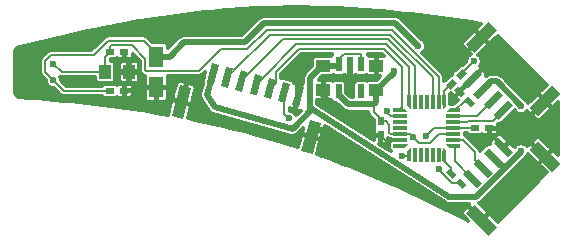
<source format=gbr>
G04 #@! TF.FileFunction,Copper,L2,Bot,Signal*
%FSLAX46Y46*%
G04 Gerber Fmt 4.6, Leading zero omitted, Abs format (unit mm)*
G04 Created by KiCad (PCBNEW 4.0.5-e0-6337~49~ubuntu14.04.1) date Fri May  5 09:40:51 2017*
%MOMM*%
%LPD*%
G01*
G04 APERTURE LIST*
%ADD10C,0.100000*%
%ADD11R,0.800000X0.500000*%
%ADD12R,1.000000X1.200000*%
%ADD13R,1.200000X1.000000*%
%ADD14R,0.500000X0.800000*%
%ADD15R,0.600000X1.200000*%
%ADD16R,0.900000X0.300000*%
%ADD17R,1.200000X0.300000*%
%ADD18R,0.300000X0.900000*%
%ADD19R,0.300000X1.200000*%
%ADD20R,1.250000X1.800000*%
%ADD21C,0.600000*%
%ADD22C,0.200000*%
%ADD23C,0.500000*%
%ADD24C,0.300000*%
G04 APERTURE END LIST*
D10*
G36*
X187238347Y-96661911D02*
X186798355Y-98303985D01*
X186218799Y-98148693D01*
X186658791Y-96506619D01*
X187238347Y-96661911D01*
X187238347Y-96661911D01*
G37*
G36*
X186030940Y-96338387D02*
X185590948Y-97980461D01*
X185011392Y-97825169D01*
X185451384Y-96183095D01*
X186030940Y-96338387D01*
X186030940Y-96338387D01*
G37*
G36*
X188445754Y-96985435D02*
X188005762Y-98627509D01*
X187426206Y-98472217D01*
X187866198Y-96830143D01*
X188445754Y-96985435D01*
X188445754Y-96985435D01*
G37*
G36*
X189653162Y-97308958D02*
X189213170Y-98951032D01*
X188633614Y-98795740D01*
X189073606Y-97153666D01*
X189653162Y-97308958D01*
X189653162Y-97308958D01*
G37*
G36*
X180082509Y-97384464D02*
X179383697Y-99992463D01*
X178417771Y-99733644D01*
X179116583Y-97125645D01*
X180082509Y-97384464D01*
X180082509Y-97384464D01*
G37*
G36*
X191045766Y-100322060D02*
X190346954Y-102930059D01*
X189381028Y-102671240D01*
X190079840Y-100063241D01*
X191045766Y-100322060D01*
X191045766Y-100322060D01*
G37*
G36*
X184243976Y-95859571D02*
X184823532Y-96014863D01*
X184383540Y-97656937D01*
X183803984Y-97501645D01*
X184243976Y-95859571D01*
X184243976Y-95859571D01*
G37*
G36*
X183036569Y-95536047D02*
X183616125Y-95691339D01*
X183176133Y-97333413D01*
X182596577Y-97178121D01*
X183036569Y-95536047D01*
X183036569Y-95536047D01*
G37*
G36*
X181829162Y-95212524D02*
X182408718Y-95367816D01*
X181968726Y-97009890D01*
X181389170Y-96854598D01*
X181829162Y-95212524D01*
X181829162Y-95212524D01*
G37*
G36*
X204831712Y-98727907D02*
X206033794Y-97525825D01*
X206458058Y-97950089D01*
X205255976Y-99152171D01*
X204831712Y-98727907D01*
X204831712Y-98727907D01*
G37*
G36*
X205715596Y-99611790D02*
X206917678Y-98409708D01*
X207341942Y-98833972D01*
X206139860Y-100036054D01*
X205715596Y-99611790D01*
X205715596Y-99611790D01*
G37*
G36*
X203947829Y-97844024D02*
X205149911Y-96641942D01*
X205574175Y-97066206D01*
X204372093Y-98268288D01*
X203947829Y-97844024D01*
X203947829Y-97844024D01*
G37*
G36*
X203063946Y-96960140D02*
X204266028Y-95758058D01*
X204690292Y-96182322D01*
X203488210Y-97384404D01*
X203063946Y-96960140D01*
X203063946Y-96960140D01*
G37*
G36*
X208738477Y-99028427D02*
X210647666Y-97119238D01*
X211354773Y-97826345D01*
X209445584Y-99735534D01*
X208738477Y-99028427D01*
X208738477Y-99028427D01*
G37*
G36*
X203364466Y-93654416D02*
X205273655Y-91745227D01*
X205980762Y-92452334D01*
X204071573Y-94361523D01*
X203364466Y-93654416D01*
X203364466Y-93654416D01*
G37*
G36*
X204372093Y-103331712D02*
X205574175Y-104533794D01*
X205149911Y-104958058D01*
X203947829Y-103755976D01*
X204372093Y-103331712D01*
X204372093Y-103331712D01*
G37*
G36*
X203488210Y-104215596D02*
X204690292Y-105417678D01*
X204266028Y-105841942D01*
X203063946Y-104639860D01*
X203488210Y-104215596D01*
X203488210Y-104215596D01*
G37*
G36*
X205255976Y-102447829D02*
X206458058Y-103649911D01*
X206033794Y-104074175D01*
X204831712Y-102872093D01*
X205255976Y-102447829D01*
X205255976Y-102447829D01*
G37*
G36*
X206139860Y-101563946D02*
X207341942Y-102766028D01*
X206917678Y-103190292D01*
X205715596Y-101988210D01*
X206139860Y-101563946D01*
X206139860Y-101563946D01*
G37*
G36*
X204071573Y-107238477D02*
X205980762Y-109147666D01*
X205273655Y-109854773D01*
X203364466Y-107945584D01*
X204071573Y-107238477D01*
X204071573Y-107238477D01*
G37*
G36*
X209445584Y-101864466D02*
X211354773Y-103773655D01*
X210647666Y-104480762D01*
X208738477Y-102571573D01*
X209445584Y-101864466D01*
X209445584Y-101864466D01*
G37*
D11*
X173200000Y-97600000D03*
X174400000Y-97600000D03*
X204100000Y-100750000D03*
X205300000Y-100750000D03*
D12*
X172800000Y-96000000D03*
X174800000Y-96000000D03*
D13*
X191250000Y-95500000D03*
X191250000Y-97500000D03*
X195750000Y-97500000D03*
X195750000Y-95500000D03*
D14*
X196100000Y-100150000D03*
X196100000Y-101350000D03*
D11*
X173200000Y-94300000D03*
X174400000Y-94300000D03*
D10*
G36*
X203030330Y-95716117D02*
X203383883Y-96069670D01*
X202818198Y-96635355D01*
X202464645Y-96281802D01*
X203030330Y-95716117D01*
X203030330Y-95716117D01*
G37*
G36*
X202181802Y-96564645D02*
X202535355Y-96918198D01*
X201969670Y-97483883D01*
X201616117Y-97130330D01*
X202181802Y-96564645D01*
X202181802Y-96564645D01*
G37*
G36*
X203383883Y-105530330D02*
X203030330Y-105883883D01*
X202464645Y-105318198D01*
X202818198Y-104964645D01*
X203383883Y-105530330D01*
X203383883Y-105530330D01*
G37*
G36*
X202535355Y-104681802D02*
X202181802Y-105035355D01*
X201616117Y-104469670D01*
X201969670Y-104116117D01*
X202535355Y-104681802D01*
X202535355Y-104681802D01*
G37*
D15*
X193500000Y-95350000D03*
X192550000Y-95350000D03*
X194450000Y-95350000D03*
X194450000Y-97650000D03*
X192550000Y-97650000D03*
D16*
X202400000Y-99250000D03*
D17*
X202250000Y-99750000D03*
X202250000Y-100250000D03*
X202250000Y-100750000D03*
X202250000Y-101250000D03*
X202250000Y-101750000D03*
D16*
X202400000Y-102250000D03*
D18*
X201500000Y-103150000D03*
D19*
X201000000Y-103000000D03*
X200500000Y-103000000D03*
X200000000Y-103000000D03*
X199500000Y-103000000D03*
X199000000Y-103000000D03*
D18*
X198500000Y-103150000D03*
D16*
X197600000Y-102250000D03*
D17*
X197750000Y-101750000D03*
X197750000Y-101250000D03*
X197750000Y-100750000D03*
X197750000Y-100250000D03*
X197750000Y-99750000D03*
D16*
X197600000Y-99250000D03*
D18*
X198500000Y-98350000D03*
D19*
X199000000Y-98500000D03*
X199500000Y-98500000D03*
X200000000Y-98500000D03*
X200500000Y-98500000D03*
X201000000Y-98500000D03*
D18*
X201500000Y-98350000D03*
D10*
G36*
X202400000Y-99400000D02*
X201600000Y-99400000D01*
X201900000Y-99100000D01*
X202100000Y-99100000D01*
X202400000Y-99400000D01*
X202400000Y-99400000D01*
G37*
G36*
X201350000Y-99150000D02*
X201350000Y-98350000D01*
X201650000Y-98650000D01*
X201650000Y-98850000D01*
X201350000Y-99150000D01*
X201350000Y-99150000D01*
G37*
G36*
X198650000Y-102350000D02*
X198650000Y-103150000D01*
X198350000Y-102850000D01*
X198350000Y-102650000D01*
X198650000Y-102350000D01*
X198650000Y-102350000D01*
G37*
G36*
X197600000Y-102100000D02*
X198400000Y-102100000D01*
X198100000Y-102400000D01*
X197900000Y-102400000D01*
X197600000Y-102100000D01*
X197600000Y-102100000D01*
G37*
G36*
X201600000Y-102100000D02*
X202400000Y-102100000D01*
X202100000Y-102400000D01*
X201900000Y-102400000D01*
X201600000Y-102100000D01*
X201600000Y-102100000D01*
G37*
G36*
X201350000Y-103150000D02*
X201350000Y-102350000D01*
X201650000Y-102650000D01*
X201650000Y-102850000D01*
X201350000Y-103150000D01*
X201350000Y-103150000D01*
G37*
G36*
X198400000Y-99400000D02*
X197600000Y-99400000D01*
X197900000Y-99100000D01*
X198100000Y-99100000D01*
X198400000Y-99400000D01*
X198400000Y-99400000D01*
G37*
G36*
X198650000Y-98350000D02*
X198650000Y-99150000D01*
X198350000Y-98850000D01*
X198350000Y-98650000D01*
X198650000Y-98350000D01*
X198650000Y-98350000D01*
G37*
G36*
X204083883Y-98630330D02*
X203730330Y-98983883D01*
X203164645Y-98418198D01*
X203518198Y-98064645D01*
X204083883Y-98630330D01*
X204083883Y-98630330D01*
G37*
G36*
X203235355Y-97781802D02*
X202881802Y-98135355D01*
X202316117Y-97569670D01*
X202669670Y-97216117D01*
X203235355Y-97781802D01*
X203235355Y-97781802D01*
G37*
D20*
X177100000Y-94700000D03*
X177100000Y-97300000D03*
D21*
X198846875Y-101544158D03*
X197200000Y-95900000D03*
X199280483Y-93819517D03*
X168400000Y-96700000D03*
X191500000Y-100900000D03*
X192300000Y-99100000D03*
X189200000Y-94900000D03*
X166700000Y-95899998D03*
X188337063Y-99927606D03*
X199975509Y-101399984D03*
X168400000Y-95300000D03*
X208000000Y-102700000D03*
X208000000Y-98900000D03*
X197950000Y-103100000D03*
X196640958Y-99314393D03*
X204000000Y-95100000D03*
X201000000Y-104200000D03*
D22*
X199146874Y-101844157D02*
X198846875Y-101544158D01*
X199318179Y-102015462D02*
X199146874Y-101844157D01*
X202250000Y-101250000D02*
X201024509Y-101250000D01*
X201024509Y-101250000D02*
X200259047Y-102015462D01*
X198552717Y-101250000D02*
X198846875Y-101544158D01*
X200259047Y-102015462D02*
X199318179Y-102015462D01*
X197750000Y-101250000D02*
X198552717Y-101250000D01*
X173200000Y-97600000D02*
X169300000Y-97600000D01*
X169300000Y-97600000D02*
X169100000Y-97400000D01*
D23*
X178225000Y-94700000D02*
X179425000Y-93500000D01*
X179425000Y-93500000D02*
X184600000Y-93500000D01*
X184600000Y-93500000D02*
X186240580Y-91859420D01*
X186240580Y-91859420D02*
X197320386Y-91859420D01*
X197320386Y-91859420D02*
X199280483Y-93819517D01*
X177100000Y-94700000D02*
X178225000Y-94700000D01*
X197200000Y-95900000D02*
X197200000Y-96050000D01*
X197200000Y-96050000D02*
X195750000Y-97500000D01*
D22*
X171800000Y-94600000D02*
X173050012Y-93349988D01*
X173050012Y-93349988D02*
X176024988Y-93349988D01*
X176024988Y-93349988D02*
X177100000Y-94425000D01*
X177100000Y-94425000D02*
X177100000Y-94700000D01*
X168200000Y-94600000D02*
X171800000Y-94600000D01*
X195500000Y-98950000D02*
X195500000Y-98750000D01*
X195500000Y-99400000D02*
X195500000Y-98950000D01*
X196100000Y-100000000D02*
X195500000Y-99400000D01*
X196100000Y-100150000D02*
X196100000Y-100000000D01*
X168400000Y-96700000D02*
X167700000Y-96000000D01*
X195750000Y-97500000D02*
X195850000Y-97500000D01*
X167700000Y-96000000D02*
X167700000Y-95100000D01*
X198980484Y-93519518D02*
X199280483Y-93819517D01*
X167700000Y-95100000D02*
X168200000Y-94600000D01*
X168400000Y-96700000D02*
X169100000Y-97400000D01*
X196100000Y-100150000D02*
X196550000Y-100150000D01*
X196550000Y-100150000D02*
X196849999Y-100449999D01*
X196849999Y-100449999D02*
X196849999Y-101149999D01*
X196849999Y-101149999D02*
X196950000Y-101250000D01*
X196950000Y-101250000D02*
X197750000Y-101250000D01*
D23*
X192550000Y-97650000D02*
X192550000Y-97950000D01*
X192550000Y-97950000D02*
X193350000Y-98750000D01*
X195500000Y-98750000D02*
X195750000Y-98500000D01*
X193350000Y-98750000D02*
X195500000Y-98750000D01*
X195750000Y-98500000D02*
X195750000Y-97500000D01*
X191500000Y-100900000D02*
X190810047Y-100900000D01*
X190810047Y-100900000D02*
X190213397Y-101496650D01*
X192300000Y-99100000D02*
X191250000Y-98050000D01*
X191250000Y-98050000D02*
X191250000Y-97500000D01*
X189143388Y-98052349D02*
X189143388Y-94956612D01*
X189143388Y-94956612D02*
X189200000Y-94900000D01*
D22*
X197750000Y-101750000D02*
X196500000Y-101750000D01*
X196500000Y-101750000D02*
X196100000Y-101350000D01*
X187935980Y-99526523D02*
X188037064Y-99627607D01*
X188037064Y-99627607D02*
X188337063Y-99927606D01*
X187935980Y-97728826D02*
X187935980Y-99526523D01*
X200275508Y-101099985D02*
X199975509Y-101399984D01*
X200625493Y-100750000D02*
X202250000Y-100750000D01*
X200625493Y-100750000D02*
X200275508Y-101099985D01*
X187800000Y-98150000D02*
X187935980Y-97728826D01*
X204100000Y-100750000D02*
X202250000Y-100750000D01*
X175040001Y-93749999D02*
X173300001Y-93749999D01*
X173300001Y-93749999D02*
X173200000Y-93850000D01*
X176174999Y-94884997D02*
X175040001Y-93749999D01*
X176174999Y-95840001D02*
X176174999Y-94884997D01*
X184827822Y-94050011D02*
X182567395Y-94050011D01*
X182567395Y-94050011D02*
X180717405Y-95900001D01*
X180717405Y-95900001D02*
X176234999Y-95900001D01*
X176234999Y-95900001D02*
X176174999Y-95840001D01*
X186468402Y-92409431D02*
X184827822Y-94050011D01*
X201000000Y-96387577D02*
X197021854Y-92409431D01*
X197021854Y-92409431D02*
X186468402Y-92409431D01*
X201000000Y-98500000D02*
X201000000Y-96387577D01*
X173200000Y-93850000D02*
X173200000Y-94300000D01*
X172800000Y-96000000D02*
X172800000Y-94700000D01*
X172800000Y-94700000D02*
X173200000Y-94300000D01*
X172800000Y-96000000D02*
X169100000Y-96000000D01*
X169100000Y-96000000D02*
X168400000Y-95300000D01*
X173200000Y-95600000D02*
X172800000Y-96000000D01*
D23*
X190150000Y-98600000D02*
X190150000Y-99100000D01*
X190150000Y-96500000D02*
X190150000Y-98600000D01*
X190150000Y-98600000D02*
X190150000Y-99200000D01*
X190300000Y-99155319D02*
X188650000Y-100805319D01*
X182050000Y-98996638D02*
X181400000Y-97950000D01*
X188650000Y-100805319D02*
X182050000Y-98996638D01*
X181400000Y-97950000D02*
X181400000Y-97928571D01*
X181400000Y-97928571D02*
X181850000Y-96450000D01*
X181850000Y-96450000D02*
X181898944Y-96111207D01*
X204144382Y-106600000D02*
X207044382Y-103700000D01*
X190300000Y-99155319D02*
X201900000Y-106552852D01*
X204144382Y-106600000D02*
X201947148Y-106600000D01*
X201947148Y-106600000D02*
X201900000Y-106552852D01*
X206811629Y-103932753D02*
X207044382Y-103700000D01*
X207044382Y-103700000D02*
X208000000Y-102744382D01*
X190300000Y-99155319D02*
X190150000Y-99200000D01*
X190200000Y-99100000D02*
X190200000Y-99100000D01*
X190200000Y-99100000D02*
X190150000Y-99100000D01*
X190150000Y-96500000D02*
X191150000Y-95500000D01*
X204761002Y-97455115D02*
X205432753Y-96783364D01*
X208000000Y-102744382D02*
X208000000Y-102700000D01*
X208000000Y-98855618D02*
X208000000Y-98900000D01*
X205927746Y-96783364D02*
X208000000Y-98855618D01*
X205432753Y-96783364D02*
X205927746Y-96783364D01*
X206811629Y-103932753D02*
X206316636Y-103932753D01*
X206316636Y-103932753D02*
X205644885Y-103261002D01*
D22*
X192550000Y-95350000D02*
X192550000Y-94859998D01*
X192550000Y-94859998D02*
X192959999Y-94449999D01*
X192959999Y-94449999D02*
X194349999Y-94449999D01*
X194349999Y-94449999D02*
X194450000Y-94550000D01*
X194450000Y-94550000D02*
X194450000Y-95350000D01*
D23*
X191250000Y-95500000D02*
X192400000Y-95500000D01*
X192400000Y-95500000D02*
X192550000Y-95350000D01*
X191150000Y-95500000D02*
X191250000Y-95500000D01*
D22*
X197600000Y-99250000D02*
X197875462Y-98974538D01*
X197875462Y-98974538D02*
X197875462Y-95536847D01*
X197875462Y-95536847D02*
X196384985Y-94046370D01*
X196384985Y-94046370D02*
X189165626Y-94046370D01*
X189165626Y-94046370D02*
X187223547Y-95988449D01*
X187223547Y-95988449D02*
X187223547Y-96910328D01*
X187223547Y-96910328D02*
X186728573Y-97405302D01*
X198500000Y-98750000D02*
X198500000Y-95584677D01*
X196561682Y-93646359D02*
X188956585Y-93646359D01*
X188956585Y-93646359D02*
X186016140Y-96586804D01*
X186016140Y-96586804D02*
X185521166Y-97081778D01*
X198500000Y-95584677D02*
X196561682Y-93646359D01*
X184808732Y-96263280D02*
X184313758Y-96758254D01*
X196727371Y-93246348D02*
X187825664Y-93246348D01*
X199000000Y-95518977D02*
X196727371Y-93246348D01*
X187825664Y-93246348D02*
X184808732Y-96263280D01*
X199000000Y-98500000D02*
X199000000Y-95518977D01*
X186694744Y-92846337D02*
X183601325Y-95939756D01*
X196893060Y-92846337D02*
X186694744Y-92846337D01*
X183601325Y-95939756D02*
X183106351Y-96434730D01*
X200500000Y-98500000D02*
X200500000Y-96453277D01*
X200500000Y-96453277D02*
X196893060Y-92846337D01*
X197950000Y-103100000D02*
X198450000Y-103100000D01*
X198450000Y-103100000D02*
X198500000Y-103150000D01*
X198450002Y-103100002D02*
X198500000Y-103150000D01*
X197750000Y-99750000D02*
X196950000Y-99750000D01*
X196640958Y-99440958D02*
X196640958Y-99314393D01*
X196950000Y-99750000D02*
X196640958Y-99440958D01*
X201500000Y-98350000D02*
X201500000Y-97600000D01*
X201500000Y-97600000D02*
X202075736Y-97024264D01*
X201500000Y-103546447D02*
X201500000Y-103150000D01*
X202075736Y-104122183D02*
X201500000Y-103546447D01*
X202075736Y-104575736D02*
X202075736Y-104122183D01*
X202924264Y-96175736D02*
X204000000Y-95100000D01*
X202924264Y-105424264D02*
X202146430Y-105424264D01*
X202146430Y-105424264D02*
X201000000Y-104277834D01*
X201000000Y-104277834D02*
X201000000Y-104200000D01*
X202250000Y-99750000D02*
X204233883Y-99750000D01*
X204233883Y-99750000D02*
X205644885Y-98338998D01*
X205857018Y-99894632D02*
X206528769Y-99222881D01*
X205601639Y-100150011D02*
X205857018Y-99894632D01*
X203509987Y-100150011D02*
X205601639Y-100150011D01*
X203409998Y-100250000D02*
X203509987Y-100150011D01*
X202250000Y-100250000D02*
X203409998Y-100250000D01*
X203050000Y-101750000D02*
X202900000Y-101750000D01*
X202900000Y-101750000D02*
X202250000Y-101750000D01*
X204761002Y-104144885D02*
X204089251Y-103473134D01*
X204089251Y-103473134D02*
X204089251Y-102799249D01*
X204089251Y-102799249D02*
X203040002Y-101750000D01*
X203040002Y-101750000D02*
X202900000Y-101750000D01*
X202400000Y-102250000D02*
X202400000Y-103551650D01*
X202400000Y-103551650D02*
X203877119Y-105028769D01*
X203624264Y-98524264D02*
X203125736Y-98524264D01*
X203125736Y-98524264D02*
X202400000Y-99250000D01*
D24*
G36*
X189250813Y-90527810D02*
X189822484Y-90532442D01*
X190395150Y-90541482D01*
X190969350Y-90554901D01*
X191545250Y-90572674D01*
X192123265Y-90594751D01*
X192703164Y-90621111D01*
X193286014Y-90651775D01*
X193871477Y-90686682D01*
X194460201Y-90725824D01*
X195052141Y-90769160D01*
X195647813Y-90816680D01*
X196247486Y-90868357D01*
X196851519Y-90924179D01*
X197459770Y-90984080D01*
X198073145Y-91048101D01*
X198691375Y-91116156D01*
X199314921Y-91188245D01*
X199944311Y-91264372D01*
X200579531Y-91344479D01*
X201220899Y-91428544D01*
X201868974Y-91516580D01*
X202523206Y-91608452D01*
X203185214Y-91704320D01*
X203854059Y-91803992D01*
X204530580Y-91907517D01*
X204604755Y-91919152D01*
X204168800Y-92355107D01*
X204168800Y-92478851D01*
X204672614Y-92982664D01*
X204686756Y-92968522D01*
X204757467Y-93039233D01*
X204743325Y-93053375D01*
X205247138Y-93557189D01*
X205370882Y-93557189D01*
X206009782Y-92918289D01*
X210180402Y-97091527D01*
X209542811Y-97729118D01*
X209542811Y-97852862D01*
X210046625Y-98356675D01*
X210060767Y-98342533D01*
X210131478Y-98413244D01*
X210117336Y-98427386D01*
X210621149Y-98931200D01*
X210744893Y-98931200D01*
X211133573Y-98542520D01*
X211133714Y-103057621D01*
X210744893Y-102668800D01*
X210621149Y-102668800D01*
X210117336Y-103172614D01*
X210131478Y-103186756D01*
X210060767Y-103257467D01*
X210046625Y-103243325D01*
X209542811Y-103747138D01*
X209542811Y-103870882D01*
X210174310Y-104502381D01*
X206001052Y-108672981D01*
X205370882Y-108042811D01*
X205247138Y-108042811D01*
X204743325Y-108546625D01*
X204757467Y-108560767D01*
X204686756Y-108631478D01*
X204672614Y-108617336D01*
X204658472Y-108631478D01*
X204587761Y-108560767D01*
X204601903Y-108546625D01*
X203497049Y-107441771D01*
X203373305Y-107441771D01*
X203092604Y-107722472D01*
X203054300Y-107779797D01*
X203027917Y-107843493D01*
X203014466Y-107911112D01*
X203014466Y-107980056D01*
X203027917Y-108047676D01*
X203054300Y-108111372D01*
X203092604Y-108168696D01*
X203141354Y-108217447D01*
X203510220Y-108586313D01*
X203439378Y-108549854D01*
X203439299Y-108549823D01*
X203437794Y-108549043D01*
X202777626Y-108212996D01*
X202777544Y-108212964D01*
X202775974Y-108212160D01*
X202122671Y-107883405D01*
X202122587Y-107883373D01*
X202120952Y-107882545D01*
X201474240Y-107560993D01*
X201474163Y-107560964D01*
X201472451Y-107560108D01*
X200832052Y-107245670D01*
X200831963Y-107245637D01*
X200830192Y-107244763D01*
X200195827Y-106937350D01*
X200195739Y-106937317D01*
X200193898Y-106936422D01*
X199565291Y-106635943D01*
X199565201Y-106635910D01*
X199563291Y-106634994D01*
X198940161Y-106341358D01*
X198940063Y-106341323D01*
X198938089Y-106340390D01*
X198320161Y-106053511D01*
X198320073Y-106053480D01*
X198318022Y-106052525D01*
X197705016Y-105772306D01*
X197704919Y-105772273D01*
X197702803Y-105771303D01*
X197094443Y-105497661D01*
X197094350Y-105497630D01*
X197092163Y-105496644D01*
X196488169Y-105229486D01*
X196488068Y-105229453D01*
X196485820Y-105228457D01*
X195885917Y-104967693D01*
X195885827Y-104967664D01*
X195883501Y-104966652D01*
X195287408Y-104712192D01*
X195287312Y-104712162D01*
X195284925Y-104711142D01*
X194692366Y-104462899D01*
X194692272Y-104462870D01*
X194689820Y-104461843D01*
X194100518Y-104219722D01*
X194100420Y-104219693D01*
X194097910Y-104218661D01*
X193511585Y-103982573D01*
X193511487Y-103982544D01*
X193508914Y-103981509D01*
X192925287Y-103751368D01*
X192925194Y-103751341D01*
X192922560Y-103750304D01*
X192341357Y-103526019D01*
X192341262Y-103525993D01*
X192338577Y-103524958D01*
X191759519Y-103306437D01*
X191759418Y-103306410D01*
X191756687Y-103305381D01*
X191179498Y-103092534D01*
X191179401Y-103092509D01*
X191176617Y-103091484D01*
X190710974Y-102923815D01*
X190998846Y-101849461D01*
X190936974Y-101742296D01*
X190248752Y-101557887D01*
X190243576Y-101577205D01*
X190146984Y-101551324D01*
X190152160Y-101532005D01*
X189463938Y-101347597D01*
X189356772Y-101409469D01*
X189099934Y-102368001D01*
X188872062Y-102291959D01*
X188871967Y-102291937D01*
X188869026Y-102290959D01*
X188297001Y-102105138D01*
X188296902Y-102105116D01*
X188293939Y-102104157D01*
X187722112Y-101923469D01*
X187722016Y-101923449D01*
X187719024Y-101922507D01*
X187147119Y-101746867D01*
X187147020Y-101746847D01*
X187144017Y-101745928D01*
X186571755Y-101575242D01*
X186571661Y-101575224D01*
X186568638Y-101574326D01*
X185995744Y-101408507D01*
X185995647Y-101408489D01*
X185992620Y-101407617D01*
X185418814Y-101246572D01*
X185418722Y-101246556D01*
X185415687Y-101245707D01*
X184840692Y-101089349D01*
X184840599Y-101089333D01*
X184837568Y-101088513D01*
X184261102Y-100936748D01*
X184261004Y-100936732D01*
X184257985Y-100935941D01*
X183679778Y-100788683D01*
X183679684Y-100788669D01*
X183676675Y-100787906D01*
X183096443Y-100645063D01*
X183096340Y-100645048D01*
X183093358Y-100644317D01*
X182510823Y-100505800D01*
X182510720Y-100505786D01*
X182507760Y-100505085D01*
X181922647Y-100370807D01*
X181922549Y-100370794D01*
X181919617Y-100370124D01*
X181331649Y-100239988D01*
X181331554Y-100239977D01*
X181328650Y-100239336D01*
X180737546Y-100113256D01*
X180737449Y-100113245D01*
X180734583Y-100112636D01*
X180140068Y-99990525D01*
X180139970Y-99990515D01*
X180137150Y-99989937D01*
X179766357Y-99916649D01*
X180035588Y-98911865D01*
X179973716Y-98804700D01*
X179285494Y-98620291D01*
X179280318Y-98639609D01*
X179183726Y-98613728D01*
X179188902Y-98594409D01*
X178925008Y-98523699D01*
X179311376Y-98523699D01*
X179999598Y-98708107D01*
X180106764Y-98646235D01*
X180411660Y-97508348D01*
X180429504Y-97441753D01*
X180434013Y-97372957D01*
X180425014Y-97304603D01*
X180402853Y-97239317D01*
X180368381Y-97179610D01*
X180322922Y-97127775D01*
X180268226Y-97085804D01*
X180206392Y-97055312D01*
X179822946Y-96952568D01*
X179715781Y-97014440D01*
X179311376Y-98523699D01*
X178925008Y-98523699D01*
X178500680Y-98410001D01*
X178393514Y-98471873D01*
X178090091Y-99604264D01*
X177710942Y-99537767D01*
X177710844Y-99537760D01*
X177708230Y-99537301D01*
X177092484Y-99433670D01*
X177092388Y-99433663D01*
X177089834Y-99433233D01*
X176469008Y-99333030D01*
X176468914Y-99333024D01*
X176466425Y-99332621D01*
X175840240Y-99235751D01*
X175840140Y-99235745D01*
X175837719Y-99235369D01*
X175205900Y-99141748D01*
X175205799Y-99141743D01*
X175203450Y-99141393D01*
X174565717Y-99050926D01*
X174565623Y-99050922D01*
X174563335Y-99050595D01*
X173919414Y-98963197D01*
X173919314Y-98963193D01*
X173917104Y-98962891D01*
X173266712Y-98878470D01*
X173266623Y-98878467D01*
X173264478Y-98878186D01*
X172607340Y-98796649D01*
X172607243Y-98796647D01*
X172605177Y-98796387D01*
X171941015Y-98717650D01*
X171940928Y-98717648D01*
X171938931Y-98717408D01*
X171267468Y-98641374D01*
X171267381Y-98641373D01*
X171265456Y-98641151D01*
X170586410Y-98567737D01*
X170586319Y-98567736D01*
X170584477Y-98567533D01*
X169897576Y-98496644D01*
X169897485Y-98496644D01*
X169895717Y-98496457D01*
X169200678Y-98428007D01*
X169200596Y-98428007D01*
X169198896Y-98427835D01*
X168495443Y-98361733D01*
X168495355Y-98361733D01*
X168493739Y-98361577D01*
X167781597Y-98297730D01*
X167781518Y-98297731D01*
X167779967Y-98297587D01*
X167058853Y-98235907D01*
X167058776Y-98235908D01*
X167057298Y-98235777D01*
X166326937Y-98176177D01*
X166326861Y-98176178D01*
X166325458Y-98176059D01*
X165593842Y-98119088D01*
X165523256Y-98110634D01*
X165469754Y-98099235D01*
X165423685Y-98084715D01*
X165384082Y-98067788D01*
X165349992Y-98048941D01*
X165320423Y-98028395D01*
X165294562Y-98006194D01*
X165271805Y-97982270D01*
X165251723Y-97956476D01*
X165234162Y-97928792D01*
X165219062Y-97899210D01*
X165206496Y-97867911D01*
X165196624Y-97835321D01*
X165189526Y-97801771D01*
X165185258Y-97767754D01*
X165183489Y-97725875D01*
X165183490Y-97516747D01*
X165183490Y-97081610D01*
X165183489Y-96864042D01*
X165183490Y-96646481D01*
X165183490Y-96211344D01*
X165183489Y-95993776D01*
X165183490Y-95776215D01*
X165183490Y-95341078D01*
X165183489Y-95123510D01*
X165183489Y-95100000D01*
X167250000Y-95100000D01*
X167250000Y-96000000D01*
X167254053Y-96041339D01*
X167257679Y-96082778D01*
X167258339Y-96085050D01*
X167258570Y-96087405D01*
X167270586Y-96127204D01*
X167282181Y-96167115D01*
X167283270Y-96169215D01*
X167283954Y-96171482D01*
X167303472Y-96208189D01*
X167322599Y-96245087D01*
X167324071Y-96246931D01*
X167325185Y-96249026D01*
X167351488Y-96281276D01*
X167377390Y-96313724D01*
X167380638Y-96317018D01*
X167380693Y-96317085D01*
X167380755Y-96317136D01*
X167381802Y-96318198D01*
X167750097Y-96686493D01*
X167749146Y-96754654D01*
X167772157Y-96880031D01*
X167819082Y-96998551D01*
X167888135Y-97105700D01*
X167976684Y-97197395D01*
X168081357Y-97270145D01*
X168198167Y-97321178D01*
X168322665Y-97348550D01*
X168414069Y-97350465D01*
X168981802Y-97918198D01*
X169013905Y-97944568D01*
X169045765Y-97971301D01*
X169047838Y-97972441D01*
X169049667Y-97973943D01*
X169086314Y-97993593D01*
X169122726Y-98013611D01*
X169124980Y-98014326D01*
X169127067Y-98015445D01*
X169166857Y-98027610D01*
X169206440Y-98040166D01*
X169208789Y-98040429D01*
X169211054Y-98041122D01*
X169252424Y-98045324D01*
X169293717Y-98049956D01*
X169298344Y-98049988D01*
X169298429Y-98049997D01*
X169298508Y-98049990D01*
X169300000Y-98050000D01*
X172514796Y-98050000D01*
X172536480Y-98082906D01*
X172611800Y-98147100D01*
X172702021Y-98187769D01*
X172800000Y-98201693D01*
X173600000Y-98201693D01*
X173655736Y-98197248D01*
X173750271Y-98167973D01*
X173798416Y-98136247D01*
X173834213Y-98160166D01*
X173897909Y-98186550D01*
X173965528Y-98200000D01*
X174262500Y-98200000D01*
X174350000Y-98112500D01*
X174350000Y-97650000D01*
X174450000Y-97650000D01*
X174450000Y-98112500D01*
X174537500Y-98200000D01*
X174834472Y-98200000D01*
X174902091Y-98186550D01*
X174965787Y-98160166D01*
X175023112Y-98121863D01*
X175071863Y-98073112D01*
X175110166Y-98015787D01*
X175136550Y-97952091D01*
X175150000Y-97884472D01*
X175150000Y-97737500D01*
X175062500Y-97650000D01*
X174450000Y-97650000D01*
X174350000Y-97650000D01*
X174330000Y-97650000D01*
X174330000Y-97550000D01*
X174350000Y-97550000D01*
X174350000Y-97087500D01*
X174450000Y-97087500D01*
X174450000Y-97550000D01*
X175062500Y-97550000D01*
X175150000Y-97462500D01*
X175150000Y-97437500D01*
X176125000Y-97437500D01*
X176125000Y-98234472D01*
X176138450Y-98302091D01*
X176164834Y-98365787D01*
X176203137Y-98423112D01*
X176251888Y-98471863D01*
X176309213Y-98510166D01*
X176372909Y-98536550D01*
X176440528Y-98550000D01*
X176962500Y-98550000D01*
X177050000Y-98462500D01*
X177050000Y-97350000D01*
X177150000Y-97350000D01*
X177150000Y-98462500D01*
X177237500Y-98550000D01*
X177759472Y-98550000D01*
X177827091Y-98536550D01*
X177890787Y-98510166D01*
X177948112Y-98471863D01*
X177996863Y-98423112D01*
X178035166Y-98365787D01*
X178061550Y-98302091D01*
X178075000Y-98234472D01*
X178075000Y-98206243D01*
X178464690Y-98206243D01*
X178526562Y-98313408D01*
X179214784Y-98497817D01*
X179619188Y-96988558D01*
X179557317Y-96881392D01*
X179173871Y-96778649D01*
X179105075Y-96774139D01*
X179036721Y-96783138D01*
X178971435Y-96805299D01*
X178911728Y-96839772D01*
X178859893Y-96885230D01*
X178817923Y-96939927D01*
X178787430Y-97001761D01*
X178769586Y-97068355D01*
X178464690Y-98206243D01*
X178075000Y-98206243D01*
X178075000Y-97437500D01*
X177987500Y-97350000D01*
X177150000Y-97350000D01*
X177050000Y-97350000D01*
X176212500Y-97350000D01*
X176125000Y-97437500D01*
X175150000Y-97437500D01*
X175150000Y-97315528D01*
X175136550Y-97247909D01*
X175110166Y-97184213D01*
X175071863Y-97126888D01*
X175023112Y-97078137D01*
X174965787Y-97039834D01*
X174902091Y-97013450D01*
X174834472Y-97000000D01*
X174537500Y-97000000D01*
X174450000Y-97087500D01*
X174350000Y-97087500D01*
X174262500Y-97000000D01*
X173965528Y-97000000D01*
X173897909Y-97013450D01*
X173834213Y-97039834D01*
X173799827Y-97062810D01*
X173788200Y-97052900D01*
X173697979Y-97012231D01*
X173600000Y-96998307D01*
X172800000Y-96998307D01*
X172744264Y-97002752D01*
X172649729Y-97032027D01*
X172567094Y-97086480D01*
X172512957Y-97150000D01*
X169486396Y-97150000D01*
X169048963Y-96712567D01*
X169050028Y-96636264D01*
X169025268Y-96511220D01*
X168994409Y-96436350D01*
X169006440Y-96440166D01*
X169008787Y-96440429D01*
X169011053Y-96441122D01*
X169052434Y-96445325D01*
X169093717Y-96449956D01*
X169098343Y-96449988D01*
X169098428Y-96449997D01*
X169098507Y-96449990D01*
X169100000Y-96450000D01*
X171948307Y-96450000D01*
X171948307Y-96600000D01*
X171952752Y-96655736D01*
X171982027Y-96750271D01*
X172036480Y-96832906D01*
X172111800Y-96897100D01*
X172202021Y-96937769D01*
X172300000Y-96951693D01*
X173300000Y-96951693D01*
X173355736Y-96947248D01*
X173450271Y-96917973D01*
X173532906Y-96863520D01*
X173597100Y-96788200D01*
X173637769Y-96697979D01*
X173651693Y-96600000D01*
X173651693Y-96137500D01*
X173950000Y-96137500D01*
X173950000Y-96634472D01*
X173963450Y-96702091D01*
X173989834Y-96765787D01*
X174028137Y-96823112D01*
X174076888Y-96871863D01*
X174134213Y-96910166D01*
X174197909Y-96936550D01*
X174265528Y-96950000D01*
X174662500Y-96950000D01*
X174750000Y-96862500D01*
X174750000Y-96050000D01*
X174850000Y-96050000D01*
X174850000Y-96862500D01*
X174937500Y-96950000D01*
X175334472Y-96950000D01*
X175402091Y-96936550D01*
X175465787Y-96910166D01*
X175523112Y-96871863D01*
X175571863Y-96823112D01*
X175610166Y-96765787D01*
X175636550Y-96702091D01*
X175650000Y-96634472D01*
X175650000Y-96137500D01*
X175562500Y-96050000D01*
X174850000Y-96050000D01*
X174750000Y-96050000D01*
X174037500Y-96050000D01*
X173950000Y-96137500D01*
X173651693Y-96137500D01*
X173651693Y-95400000D01*
X173648944Y-95365528D01*
X173950000Y-95365528D01*
X173950000Y-95862500D01*
X174037500Y-95950000D01*
X174750000Y-95950000D01*
X174750000Y-95137500D01*
X174850000Y-95137500D01*
X174850000Y-95950000D01*
X175562500Y-95950000D01*
X175650000Y-95862500D01*
X175650000Y-95365528D01*
X175636550Y-95297909D01*
X175610166Y-95234213D01*
X175571863Y-95176888D01*
X175523112Y-95128137D01*
X175465787Y-95089834D01*
X175402091Y-95063450D01*
X175334472Y-95050000D01*
X174937500Y-95050000D01*
X174850000Y-95137500D01*
X174750000Y-95137500D01*
X174662500Y-95050000D01*
X174265528Y-95050000D01*
X174197909Y-95063450D01*
X174134213Y-95089834D01*
X174076888Y-95128137D01*
X174028137Y-95176888D01*
X173989834Y-95234213D01*
X173963450Y-95297909D01*
X173950000Y-95365528D01*
X173648944Y-95365528D01*
X173647248Y-95344264D01*
X173617973Y-95249729D01*
X173563520Y-95167094D01*
X173488200Y-95102900D01*
X173397979Y-95062231D01*
X173300000Y-95048307D01*
X173250000Y-95048307D01*
X173250000Y-94901693D01*
X173600000Y-94901693D01*
X173655736Y-94897248D01*
X173750271Y-94867973D01*
X173798416Y-94836247D01*
X173834213Y-94860166D01*
X173897909Y-94886550D01*
X173965528Y-94900000D01*
X174262500Y-94900000D01*
X174350000Y-94812500D01*
X174350000Y-94350000D01*
X174330000Y-94350000D01*
X174330000Y-94250000D01*
X174350000Y-94250000D01*
X174350000Y-94230000D01*
X174450000Y-94230000D01*
X174450000Y-94250000D01*
X174470000Y-94250000D01*
X174470000Y-94350000D01*
X174450000Y-94350000D01*
X174450000Y-94812500D01*
X174537500Y-94900000D01*
X174834472Y-94900000D01*
X174902091Y-94886550D01*
X174965787Y-94860166D01*
X175023112Y-94821863D01*
X175071863Y-94773112D01*
X175110166Y-94715787D01*
X175136550Y-94652091D01*
X175150000Y-94584472D01*
X175150000Y-94496394D01*
X175724999Y-95071393D01*
X175724999Y-95840001D01*
X175729052Y-95881340D01*
X175732678Y-95922779D01*
X175733338Y-95925051D01*
X175733569Y-95927406D01*
X175745585Y-95967205D01*
X175757180Y-96007116D01*
X175758269Y-96009216D01*
X175758953Y-96011483D01*
X175778504Y-96048252D01*
X175797598Y-96085088D01*
X175799070Y-96086932D01*
X175800184Y-96089027D01*
X175826487Y-96121277D01*
X175852389Y-96153725D01*
X175855637Y-96157019D01*
X175855692Y-96157086D01*
X175855754Y-96157137D01*
X175856801Y-96158199D01*
X175916801Y-96218199D01*
X175948904Y-96244569D01*
X175980764Y-96271302D01*
X175982837Y-96272442D01*
X175984666Y-96273944D01*
X176021313Y-96293594D01*
X176057725Y-96313612D01*
X176059979Y-96314327D01*
X176062066Y-96315446D01*
X176101856Y-96327611D01*
X176130721Y-96336767D01*
X176125000Y-96365528D01*
X176125000Y-97162500D01*
X176212500Y-97250000D01*
X177050000Y-97250000D01*
X177050000Y-97230000D01*
X177150000Y-97230000D01*
X177150000Y-97250000D01*
X177987500Y-97250000D01*
X178075000Y-97162500D01*
X178075000Y-96365528D01*
X178071912Y-96350001D01*
X180717405Y-96350001D01*
X180758744Y-96345948D01*
X180800183Y-96342322D01*
X180802455Y-96341662D01*
X180804810Y-96341431D01*
X180844609Y-96329415D01*
X180884520Y-96317820D01*
X180886620Y-96316731D01*
X180888887Y-96316047D01*
X180925656Y-96296496D01*
X180962492Y-96277402D01*
X180964336Y-96275930D01*
X180966431Y-96274816D01*
X180998681Y-96248513D01*
X181031129Y-96222611D01*
X181034423Y-96219363D01*
X181034490Y-96219308D01*
X181034541Y-96219246D01*
X181035603Y-96218199D01*
X181254154Y-95999648D01*
X181049461Y-96763573D01*
X181039328Y-96818560D01*
X181043139Y-96917451D01*
X181062672Y-96976226D01*
X180825996Y-97753874D01*
X180820923Y-97779198D01*
X180813111Y-97803824D01*
X180809448Y-97836480D01*
X180802995Y-97868693D01*
X180802937Y-97894523D01*
X180800058Y-97920194D01*
X180800000Y-97928571D01*
X180800000Y-97950000D01*
X180802751Y-97978059D01*
X180802734Y-97985791D01*
X180804288Y-97993732D01*
X180804413Y-97995004D01*
X180806812Y-98040154D01*
X180810116Y-98053172D01*
X180811427Y-98066541D01*
X180824497Y-98109831D01*
X180835620Y-98153655D01*
X180841390Y-98165783D01*
X180845272Y-98178642D01*
X180866501Y-98218567D01*
X180885925Y-98259398D01*
X180890295Y-98266545D01*
X181540295Y-99313184D01*
X181567125Y-99348223D01*
X181592228Y-99384510D01*
X181602656Y-99394624D01*
X181611487Y-99406157D01*
X181644613Y-99435319D01*
X181676285Y-99466038D01*
X181688474Y-99473931D01*
X181699380Y-99483532D01*
X181737542Y-99505705D01*
X181774575Y-99529687D01*
X181788068Y-99535063D01*
X181800629Y-99542362D01*
X181842356Y-99556696D01*
X181883357Y-99573033D01*
X181891421Y-99575303D01*
X188491421Y-101383984D01*
X188509651Y-101387108D01*
X188527302Y-101392640D01*
X188567242Y-101396979D01*
X188606839Y-101403765D01*
X188625332Y-101403289D01*
X188643717Y-101405286D01*
X188683731Y-101401785D01*
X188723898Y-101400751D01*
X188741947Y-101396692D01*
X188760371Y-101395080D01*
X188798937Y-101383876D01*
X188838145Y-101375058D01*
X188855066Y-101367568D01*
X188872821Y-101362410D01*
X188908486Y-101343924D01*
X188945225Y-101327662D01*
X188960359Y-101317036D01*
X188976784Y-101308522D01*
X189008186Y-101283454D01*
X189041059Y-101260372D01*
X189053843Y-101247006D01*
X189068300Y-101235465D01*
X189074264Y-101229583D01*
X189526021Y-100777826D01*
X189427948Y-101143839D01*
X189489820Y-101251004D01*
X190178042Y-101435413D01*
X190183218Y-101416095D01*
X190279810Y-101441976D01*
X190274634Y-101461295D01*
X190962856Y-101645703D01*
X191070022Y-101583831D01*
X191350548Y-100536895D01*
X201522101Y-107023481D01*
X201522884Y-107024264D01*
X201565707Y-107059439D01*
X201608168Y-107095068D01*
X201610932Y-107096587D01*
X201613371Y-107098591D01*
X201662249Y-107124799D01*
X201710783Y-107151481D01*
X201713788Y-107152434D01*
X201716570Y-107153926D01*
X201769588Y-107170135D01*
X201822401Y-107186889D01*
X201825536Y-107187241D01*
X201828553Y-107188163D01*
X201883652Y-107193759D01*
X201938771Y-107199942D01*
X201944943Y-107199985D01*
X201945054Y-107199996D01*
X201945157Y-107199986D01*
X201947148Y-107200000D01*
X203615076Y-107200000D01*
X203567760Y-107247316D01*
X203567760Y-107371060D01*
X204672614Y-108475914D01*
X205176428Y-107972101D01*
X205176428Y-107848357D01*
X204444893Y-107116822D01*
X204471166Y-107103203D01*
X204473634Y-107101233D01*
X204476417Y-107099753D01*
X204519332Y-107064752D01*
X204562682Y-107030146D01*
X204567073Y-107025816D01*
X204567163Y-107025742D01*
X204567232Y-107025658D01*
X204568646Y-107024264D01*
X208336729Y-103256181D01*
X208402116Y-103214685D01*
X208494428Y-103126778D01*
X208567906Y-103022616D01*
X208606920Y-102934991D01*
X209348357Y-103676428D01*
X209472101Y-103676428D01*
X209975914Y-103172614D01*
X208871060Y-102067760D01*
X208747316Y-102067760D01*
X208514826Y-102300250D01*
X208506151Y-102287193D01*
X208416330Y-102196743D01*
X208310652Y-102125462D01*
X208193140Y-102076065D01*
X208068272Y-102050433D01*
X207940804Y-102049543D01*
X207815590Y-102073429D01*
X207697401Y-102121181D01*
X207590737Y-102190979D01*
X207499662Y-102280166D01*
X207439264Y-102368375D01*
X207085616Y-102014727D01*
X206961872Y-102014727D01*
X206599480Y-102377119D01*
X206613622Y-102391261D01*
X206542911Y-102461972D01*
X206528769Y-102447830D01*
X206514627Y-102461972D01*
X206443916Y-102391261D01*
X206458058Y-102377119D01*
X205706757Y-101625818D01*
X205583014Y-101625818D01*
X205443733Y-101765098D01*
X205405430Y-101822423D01*
X205379047Y-101886119D01*
X205365596Y-101953738D01*
X205365596Y-102022682D01*
X205379047Y-102090302D01*
X205394305Y-102127139D01*
X205374559Y-102116731D01*
X205277623Y-102096803D01*
X205178972Y-102104670D01*
X205086419Y-102139708D01*
X205007291Y-102199144D01*
X204583027Y-102623408D01*
X204546759Y-102665963D01*
X204527729Y-102702067D01*
X204518659Y-102672025D01*
X204507070Y-102632133D01*
X204505981Y-102630032D01*
X204505297Y-102627767D01*
X204485767Y-102591037D01*
X204466652Y-102554161D01*
X204465178Y-102552315D01*
X204464066Y-102550223D01*
X204437781Y-102517995D01*
X204411861Y-102485525D01*
X204408613Y-102482231D01*
X204408558Y-102482164D01*
X204408496Y-102482113D01*
X204407449Y-102481051D01*
X203412387Y-101485989D01*
X203371513Y-101435151D01*
X203367000Y-101431364D01*
X205777468Y-101431364D01*
X205777468Y-101555107D01*
X206528769Y-102306408D01*
X206891161Y-101944016D01*
X206891161Y-101873305D01*
X208941771Y-101873305D01*
X208941771Y-101997049D01*
X210046625Y-103101903D01*
X210550439Y-102598090D01*
X210550439Y-102474346D01*
X209717447Y-101641354D01*
X209668696Y-101592604D01*
X209611372Y-101554300D01*
X209547676Y-101527917D01*
X209480056Y-101514466D01*
X209411112Y-101514466D01*
X209343493Y-101527917D01*
X209279797Y-101554300D01*
X209222472Y-101592604D01*
X208941771Y-101873305D01*
X206891161Y-101873305D01*
X206891161Y-101820272D01*
X206362972Y-101292083D01*
X206305648Y-101253780D01*
X206241952Y-101227397D01*
X206174332Y-101213946D01*
X206105388Y-101213946D01*
X206037769Y-101227397D01*
X205974073Y-101253780D01*
X205916748Y-101292083D01*
X205777468Y-101431364D01*
X203367000Y-101431364D01*
X203304235Y-101378699D01*
X203227274Y-101336389D01*
X203201693Y-101328274D01*
X203201693Y-101200000D01*
X203414796Y-101200000D01*
X203436480Y-101232906D01*
X203511800Y-101297100D01*
X203602021Y-101337769D01*
X203700000Y-101351693D01*
X204500000Y-101351693D01*
X204555736Y-101347248D01*
X204650271Y-101317973D01*
X204698416Y-101286247D01*
X204734213Y-101310166D01*
X204797909Y-101336550D01*
X204865528Y-101350000D01*
X205162500Y-101350000D01*
X205250000Y-101262500D01*
X205250000Y-100800000D01*
X205350000Y-100800000D01*
X205350000Y-101262500D01*
X205437500Y-101350000D01*
X205734472Y-101350000D01*
X205802091Y-101336550D01*
X205865787Y-101310166D01*
X205923112Y-101271863D01*
X205971863Y-101223112D01*
X206010166Y-101165787D01*
X206036550Y-101102091D01*
X206050000Y-101034472D01*
X206050000Y-100887500D01*
X205962500Y-100800000D01*
X205350000Y-100800000D01*
X205250000Y-100800000D01*
X205230000Y-100800000D01*
X205230000Y-100700000D01*
X205250000Y-100700000D01*
X205250000Y-100680000D01*
X205350000Y-100680000D01*
X205350000Y-100700000D01*
X205962500Y-100700000D01*
X206050000Y-100612500D01*
X206050000Y-100465528D01*
X206036550Y-100397909D01*
X206024046Y-100367721D01*
X206118213Y-100387080D01*
X206216864Y-100379213D01*
X206309417Y-100344175D01*
X206388545Y-100284739D01*
X207070333Y-99602951D01*
X208941771Y-99602951D01*
X208941771Y-99726695D01*
X209222472Y-100007396D01*
X209279797Y-100045700D01*
X209343493Y-100072083D01*
X209411112Y-100085534D01*
X209480056Y-100085534D01*
X209547676Y-100072083D01*
X209611372Y-100045700D01*
X209668696Y-100007396D01*
X209717447Y-99958646D01*
X210550439Y-99125654D01*
X210550439Y-99001910D01*
X210046625Y-98498097D01*
X208941771Y-99602951D01*
X207070333Y-99602951D01*
X207440891Y-99232393D01*
X207488135Y-99305700D01*
X207576684Y-99397395D01*
X207681357Y-99470145D01*
X207798167Y-99521178D01*
X207922665Y-99548550D01*
X208050109Y-99551220D01*
X208175644Y-99529085D01*
X208294488Y-99482988D01*
X208402116Y-99414685D01*
X208494428Y-99326778D01*
X208514045Y-99298969D01*
X208747316Y-99532240D01*
X208871060Y-99532240D01*
X209975914Y-98427386D01*
X209472101Y-97923572D01*
X209348357Y-97923572D01*
X208606425Y-98665504D01*
X208576693Y-98593367D01*
X208506151Y-98487193D01*
X208416330Y-98396743D01*
X208334370Y-98341460D01*
X206352010Y-96359100D01*
X206309187Y-96323925D01*
X206266726Y-96288296D01*
X206263962Y-96286777D01*
X206261523Y-96284773D01*
X206212645Y-96258565D01*
X206164111Y-96231883D01*
X206161106Y-96230930D01*
X206158324Y-96229438D01*
X206105306Y-96213229D01*
X206052493Y-96196475D01*
X206049358Y-96196123D01*
X206046341Y-96195201D01*
X205991242Y-96189605D01*
X205936123Y-96183422D01*
X205929951Y-96183379D01*
X205929840Y-96183368D01*
X205929737Y-96183378D01*
X205927746Y-96183364D01*
X205432753Y-96183364D01*
X205377583Y-96188773D01*
X205322382Y-96193603D01*
X205319353Y-96194483D01*
X205316212Y-96194791D01*
X205263115Y-96210822D01*
X205209932Y-96226273D01*
X205207134Y-96227723D01*
X205204111Y-96228636D01*
X205155141Y-96254674D01*
X205105969Y-96280162D01*
X205103504Y-96282129D01*
X205100718Y-96283611D01*
X205083113Y-96297969D01*
X205072907Y-96298783D01*
X205011216Y-96322138D01*
X205026841Y-96284414D01*
X205040292Y-96216794D01*
X205040292Y-96147850D01*
X205026841Y-96080231D01*
X205000458Y-96016535D01*
X204962155Y-95959210D01*
X204822874Y-95819930D01*
X204699131Y-95819930D01*
X203947830Y-96571231D01*
X203961972Y-96585373D01*
X203891261Y-96656084D01*
X203877119Y-96641942D01*
X203125818Y-97393243D01*
X203125818Y-97396365D01*
X202846447Y-97675736D01*
X202860589Y-97689878D01*
X202789878Y-97760589D01*
X202775736Y-97746447D01*
X202448699Y-98073484D01*
X202448699Y-98197227D01*
X202632538Y-98381066D01*
X202265297Y-98748307D01*
X202001693Y-98748307D01*
X202001693Y-97900000D01*
X201997248Y-97844264D01*
X201993234Y-97831304D01*
X202046674Y-97827042D01*
X202069770Y-97818298D01*
X202254245Y-98002773D01*
X202377988Y-98002773D01*
X202705025Y-97675736D01*
X202690883Y-97661594D01*
X202761594Y-97590883D01*
X202775736Y-97605025D01*
X203102773Y-97277988D01*
X203102773Y-97274866D01*
X203806408Y-96571231D01*
X203792266Y-96557089D01*
X203862977Y-96486378D01*
X203877119Y-96500520D01*
X204628420Y-95749219D01*
X204628420Y-95625476D01*
X204509027Y-95506082D01*
X204567906Y-95422616D01*
X204619754Y-95306165D01*
X204647995Y-95181861D01*
X204650028Y-95036264D01*
X204625268Y-94911220D01*
X204576693Y-94793367D01*
X204506151Y-94687193D01*
X204416330Y-94596743D01*
X204365568Y-94562503D01*
X205176428Y-93751643D01*
X205176428Y-93627899D01*
X204672614Y-93124086D01*
X203567760Y-94228940D01*
X203567760Y-94352684D01*
X203725076Y-94510000D01*
X203697401Y-94521181D01*
X203590737Y-94590979D01*
X203499662Y-94680166D01*
X203427645Y-94785345D01*
X203377428Y-94902509D01*
X203350925Y-95027195D01*
X203349715Y-95113889D01*
X203090578Y-95373026D01*
X203051977Y-95365091D01*
X202953326Y-95372958D01*
X202860773Y-95407996D01*
X202781645Y-95467432D01*
X202215960Y-96033117D01*
X202179692Y-96075672D01*
X202133547Y-96163219D01*
X202121848Y-96220126D01*
X202104798Y-96221486D01*
X202012245Y-96256524D01*
X201933117Y-96315960D01*
X201450000Y-96799077D01*
X201450000Y-96387577D01*
X201445947Y-96346238D01*
X201442321Y-96304799D01*
X201441661Y-96302527D01*
X201441430Y-96300172D01*
X201429418Y-96260387D01*
X201417819Y-96220461D01*
X201416730Y-96218360D01*
X201416046Y-96216095D01*
X201396505Y-96179344D01*
X201377401Y-96142490D01*
X201375929Y-96140646D01*
X201374815Y-96138551D01*
X201348512Y-96106301D01*
X201322610Y-96073853D01*
X201319362Y-96070559D01*
X201319307Y-96070492D01*
X201319245Y-96070441D01*
X201318198Y-96069379D01*
X199621681Y-94372862D01*
X199682599Y-94334202D01*
X199774911Y-94246295D01*
X199848389Y-94142133D01*
X199900237Y-94025682D01*
X199928478Y-93901378D01*
X199930511Y-93755781D01*
X199905751Y-93630737D01*
X199901303Y-93619944D01*
X203014466Y-93619944D01*
X203014466Y-93688888D01*
X203027917Y-93756507D01*
X203054300Y-93820203D01*
X203092604Y-93877528D01*
X203373305Y-94158229D01*
X203497049Y-94158229D01*
X204601903Y-93053375D01*
X204098090Y-92549561D01*
X203974346Y-92549561D01*
X203141354Y-93382553D01*
X203092604Y-93431304D01*
X203054300Y-93488628D01*
X203027917Y-93552324D01*
X203014466Y-93619944D01*
X199901303Y-93619944D01*
X199857176Y-93512884D01*
X199786634Y-93406710D01*
X199696813Y-93316260D01*
X199591135Y-93244979D01*
X199527886Y-93218392D01*
X197744650Y-91435156D01*
X197701827Y-91399981D01*
X197659366Y-91364352D01*
X197656602Y-91362833D01*
X197654163Y-91360829D01*
X197605285Y-91334621D01*
X197556751Y-91307939D01*
X197553746Y-91306986D01*
X197550964Y-91305494D01*
X197497946Y-91289285D01*
X197445133Y-91272531D01*
X197441998Y-91272179D01*
X197438981Y-91271257D01*
X197383882Y-91265661D01*
X197328763Y-91259478D01*
X197322591Y-91259435D01*
X197322480Y-91259424D01*
X197322377Y-91259434D01*
X197320386Y-91259420D01*
X186240580Y-91259420D01*
X186185410Y-91264829D01*
X186130209Y-91269659D01*
X186127180Y-91270539D01*
X186124039Y-91270847D01*
X186070942Y-91286878D01*
X186017759Y-91302329D01*
X186014961Y-91303779D01*
X186011938Y-91304692D01*
X185962968Y-91330730D01*
X185913796Y-91356218D01*
X185911331Y-91358185D01*
X185908545Y-91359667D01*
X185865602Y-91394690D01*
X185822280Y-91429274D01*
X185817889Y-91433604D01*
X185817799Y-91433678D01*
X185817730Y-91433762D01*
X185816316Y-91435156D01*
X184351472Y-92900000D01*
X179425000Y-92900000D01*
X179369830Y-92905409D01*
X179314629Y-92910239D01*
X179311600Y-92911119D01*
X179308459Y-92911427D01*
X179255362Y-92927458D01*
X179202179Y-92942909D01*
X179199381Y-92944359D01*
X179196358Y-92945272D01*
X179147388Y-92971310D01*
X179098216Y-92996798D01*
X179095751Y-92998765D01*
X179092965Y-93000247D01*
X179050022Y-93035270D01*
X179006700Y-93069854D01*
X179002309Y-93074184D01*
X179002219Y-93074258D01*
X179002150Y-93074342D01*
X179000736Y-93075736D01*
X178076693Y-93999779D01*
X178076693Y-93800000D01*
X178072248Y-93744264D01*
X178042973Y-93649729D01*
X177988520Y-93567094D01*
X177913200Y-93502900D01*
X177822979Y-93462231D01*
X177725000Y-93448307D01*
X176759703Y-93448307D01*
X176343186Y-93031790D01*
X176311083Y-93005420D01*
X176279223Y-92978687D01*
X176277150Y-92977547D01*
X176275321Y-92976045D01*
X176238674Y-92956395D01*
X176202262Y-92936377D01*
X176200008Y-92935662D01*
X176197921Y-92934543D01*
X176158131Y-92922378D01*
X176118548Y-92909822D01*
X176116199Y-92909559D01*
X176113934Y-92908866D01*
X176072564Y-92904664D01*
X176031271Y-92900032D01*
X176026644Y-92900000D01*
X176026559Y-92899991D01*
X176026480Y-92899998D01*
X176024988Y-92899988D01*
X173050012Y-92899988D01*
X173008673Y-92904041D01*
X172967234Y-92907667D01*
X172964962Y-92908327D01*
X172962607Y-92908558D01*
X172922808Y-92920574D01*
X172882897Y-92932169D01*
X172880797Y-92933258D01*
X172878530Y-92933942D01*
X172841761Y-92953493D01*
X172804925Y-92972587D01*
X172803081Y-92974059D01*
X172800986Y-92975173D01*
X172768736Y-93001476D01*
X172736288Y-93027378D01*
X172732994Y-93030626D01*
X172732927Y-93030681D01*
X172732876Y-93030743D01*
X172731814Y-93031790D01*
X171613604Y-94150000D01*
X168200000Y-94150000D01*
X168158661Y-94154053D01*
X168117222Y-94157679D01*
X168114950Y-94158339D01*
X168112595Y-94158570D01*
X168072796Y-94170586D01*
X168032885Y-94182181D01*
X168030785Y-94183270D01*
X168028518Y-94183954D01*
X167991749Y-94203505D01*
X167954913Y-94222599D01*
X167953069Y-94224071D01*
X167950974Y-94225185D01*
X167918724Y-94251488D01*
X167886276Y-94277390D01*
X167882982Y-94280638D01*
X167882915Y-94280693D01*
X167882864Y-94280755D01*
X167881802Y-94281802D01*
X167381802Y-94781802D01*
X167355432Y-94813905D01*
X167328699Y-94845765D01*
X167327559Y-94847838D01*
X167326057Y-94849667D01*
X167306407Y-94886314D01*
X167286389Y-94922726D01*
X167285674Y-94924980D01*
X167284555Y-94927067D01*
X167272390Y-94966857D01*
X167259834Y-95006440D01*
X167259571Y-95008789D01*
X167258878Y-95011054D01*
X167254676Y-95052424D01*
X167250044Y-95093717D01*
X167250012Y-95098344D01*
X167250003Y-95098429D01*
X167250010Y-95098508D01*
X167250000Y-95100000D01*
X165183489Y-95100000D01*
X165183490Y-94905948D01*
X165183490Y-94688377D01*
X165183489Y-94470811D01*
X165183490Y-94261111D01*
X165184568Y-94233661D01*
X165187177Y-94210941D01*
X165191892Y-94186384D01*
X165198899Y-94160669D01*
X165208331Y-94134388D01*
X165220362Y-94107832D01*
X165235148Y-94081308D01*
X165252918Y-94055014D01*
X165274079Y-94028962D01*
X165299169Y-94003172D01*
X165328901Y-93977669D01*
X165364141Y-93952561D01*
X165405829Y-93928114D01*
X165454977Y-93904736D01*
X165512508Y-93883034D01*
X165586112Y-93861772D01*
X166316823Y-93681788D01*
X167044350Y-93505625D01*
X167763333Y-93334653D01*
X168472771Y-93169157D01*
X169174011Y-93008851D01*
X169866292Y-92853955D01*
X170550811Y-92704232D01*
X171227286Y-92559780D01*
X171896370Y-92420494D01*
X172557832Y-92286449D01*
X173212478Y-92157519D01*
X173860301Y-92033726D01*
X174501552Y-91915053D01*
X175136785Y-91801422D01*
X175766000Y-91692859D01*
X176389673Y-91589298D01*
X177007850Y-91490755D01*
X177620974Y-91397175D01*
X178229316Y-91308532D01*
X178833171Y-91224800D01*
X179432613Y-91145982D01*
X180028318Y-91071992D01*
X180620359Y-91002837D01*
X181208863Y-90938504D01*
X181794283Y-90878951D01*
X182376904Y-90824147D01*
X182957064Y-90774065D01*
X183534834Y-90728694D01*
X184110580Y-90687998D01*
X184684830Y-90651942D01*
X185257499Y-90620519D01*
X185829136Y-90593685D01*
X186399849Y-90571430D01*
X186970004Y-90553720D01*
X187540016Y-90540526D01*
X188109808Y-90531828D01*
X188680060Y-90527589D01*
X189250813Y-90527810D01*
X189250813Y-90527810D01*
G37*
X189250813Y-90527810D02*
X189822484Y-90532442D01*
X190395150Y-90541482D01*
X190969350Y-90554901D01*
X191545250Y-90572674D01*
X192123265Y-90594751D01*
X192703164Y-90621111D01*
X193286014Y-90651775D01*
X193871477Y-90686682D01*
X194460201Y-90725824D01*
X195052141Y-90769160D01*
X195647813Y-90816680D01*
X196247486Y-90868357D01*
X196851519Y-90924179D01*
X197459770Y-90984080D01*
X198073145Y-91048101D01*
X198691375Y-91116156D01*
X199314921Y-91188245D01*
X199944311Y-91264372D01*
X200579531Y-91344479D01*
X201220899Y-91428544D01*
X201868974Y-91516580D01*
X202523206Y-91608452D01*
X203185214Y-91704320D01*
X203854059Y-91803992D01*
X204530580Y-91907517D01*
X204604755Y-91919152D01*
X204168800Y-92355107D01*
X204168800Y-92478851D01*
X204672614Y-92982664D01*
X204686756Y-92968522D01*
X204757467Y-93039233D01*
X204743325Y-93053375D01*
X205247138Y-93557189D01*
X205370882Y-93557189D01*
X206009782Y-92918289D01*
X210180402Y-97091527D01*
X209542811Y-97729118D01*
X209542811Y-97852862D01*
X210046625Y-98356675D01*
X210060767Y-98342533D01*
X210131478Y-98413244D01*
X210117336Y-98427386D01*
X210621149Y-98931200D01*
X210744893Y-98931200D01*
X211133573Y-98542520D01*
X211133714Y-103057621D01*
X210744893Y-102668800D01*
X210621149Y-102668800D01*
X210117336Y-103172614D01*
X210131478Y-103186756D01*
X210060767Y-103257467D01*
X210046625Y-103243325D01*
X209542811Y-103747138D01*
X209542811Y-103870882D01*
X210174310Y-104502381D01*
X206001052Y-108672981D01*
X205370882Y-108042811D01*
X205247138Y-108042811D01*
X204743325Y-108546625D01*
X204757467Y-108560767D01*
X204686756Y-108631478D01*
X204672614Y-108617336D01*
X204658472Y-108631478D01*
X204587761Y-108560767D01*
X204601903Y-108546625D01*
X203497049Y-107441771D01*
X203373305Y-107441771D01*
X203092604Y-107722472D01*
X203054300Y-107779797D01*
X203027917Y-107843493D01*
X203014466Y-107911112D01*
X203014466Y-107980056D01*
X203027917Y-108047676D01*
X203054300Y-108111372D01*
X203092604Y-108168696D01*
X203141354Y-108217447D01*
X203510220Y-108586313D01*
X203439378Y-108549854D01*
X203439299Y-108549823D01*
X203437794Y-108549043D01*
X202777626Y-108212996D01*
X202777544Y-108212964D01*
X202775974Y-108212160D01*
X202122671Y-107883405D01*
X202122587Y-107883373D01*
X202120952Y-107882545D01*
X201474240Y-107560993D01*
X201474163Y-107560964D01*
X201472451Y-107560108D01*
X200832052Y-107245670D01*
X200831963Y-107245637D01*
X200830192Y-107244763D01*
X200195827Y-106937350D01*
X200195739Y-106937317D01*
X200193898Y-106936422D01*
X199565291Y-106635943D01*
X199565201Y-106635910D01*
X199563291Y-106634994D01*
X198940161Y-106341358D01*
X198940063Y-106341323D01*
X198938089Y-106340390D01*
X198320161Y-106053511D01*
X198320073Y-106053480D01*
X198318022Y-106052525D01*
X197705016Y-105772306D01*
X197704919Y-105772273D01*
X197702803Y-105771303D01*
X197094443Y-105497661D01*
X197094350Y-105497630D01*
X197092163Y-105496644D01*
X196488169Y-105229486D01*
X196488068Y-105229453D01*
X196485820Y-105228457D01*
X195885917Y-104967693D01*
X195885827Y-104967664D01*
X195883501Y-104966652D01*
X195287408Y-104712192D01*
X195287312Y-104712162D01*
X195284925Y-104711142D01*
X194692366Y-104462899D01*
X194692272Y-104462870D01*
X194689820Y-104461843D01*
X194100518Y-104219722D01*
X194100420Y-104219693D01*
X194097910Y-104218661D01*
X193511585Y-103982573D01*
X193511487Y-103982544D01*
X193508914Y-103981509D01*
X192925287Y-103751368D01*
X192925194Y-103751341D01*
X192922560Y-103750304D01*
X192341357Y-103526019D01*
X192341262Y-103525993D01*
X192338577Y-103524958D01*
X191759519Y-103306437D01*
X191759418Y-103306410D01*
X191756687Y-103305381D01*
X191179498Y-103092534D01*
X191179401Y-103092509D01*
X191176617Y-103091484D01*
X190710974Y-102923815D01*
X190998846Y-101849461D01*
X190936974Y-101742296D01*
X190248752Y-101557887D01*
X190243576Y-101577205D01*
X190146984Y-101551324D01*
X190152160Y-101532005D01*
X189463938Y-101347597D01*
X189356772Y-101409469D01*
X189099934Y-102368001D01*
X188872062Y-102291959D01*
X188871967Y-102291937D01*
X188869026Y-102290959D01*
X188297001Y-102105138D01*
X188296902Y-102105116D01*
X188293939Y-102104157D01*
X187722112Y-101923469D01*
X187722016Y-101923449D01*
X187719024Y-101922507D01*
X187147119Y-101746867D01*
X187147020Y-101746847D01*
X187144017Y-101745928D01*
X186571755Y-101575242D01*
X186571661Y-101575224D01*
X186568638Y-101574326D01*
X185995744Y-101408507D01*
X185995647Y-101408489D01*
X185992620Y-101407617D01*
X185418814Y-101246572D01*
X185418722Y-101246556D01*
X185415687Y-101245707D01*
X184840692Y-101089349D01*
X184840599Y-101089333D01*
X184837568Y-101088513D01*
X184261102Y-100936748D01*
X184261004Y-100936732D01*
X184257985Y-100935941D01*
X183679778Y-100788683D01*
X183679684Y-100788669D01*
X183676675Y-100787906D01*
X183096443Y-100645063D01*
X183096340Y-100645048D01*
X183093358Y-100644317D01*
X182510823Y-100505800D01*
X182510720Y-100505786D01*
X182507760Y-100505085D01*
X181922647Y-100370807D01*
X181922549Y-100370794D01*
X181919617Y-100370124D01*
X181331649Y-100239988D01*
X181331554Y-100239977D01*
X181328650Y-100239336D01*
X180737546Y-100113256D01*
X180737449Y-100113245D01*
X180734583Y-100112636D01*
X180140068Y-99990525D01*
X180139970Y-99990515D01*
X180137150Y-99989937D01*
X179766357Y-99916649D01*
X180035588Y-98911865D01*
X179973716Y-98804700D01*
X179285494Y-98620291D01*
X179280318Y-98639609D01*
X179183726Y-98613728D01*
X179188902Y-98594409D01*
X178925008Y-98523699D01*
X179311376Y-98523699D01*
X179999598Y-98708107D01*
X180106764Y-98646235D01*
X180411660Y-97508348D01*
X180429504Y-97441753D01*
X180434013Y-97372957D01*
X180425014Y-97304603D01*
X180402853Y-97239317D01*
X180368381Y-97179610D01*
X180322922Y-97127775D01*
X180268226Y-97085804D01*
X180206392Y-97055312D01*
X179822946Y-96952568D01*
X179715781Y-97014440D01*
X179311376Y-98523699D01*
X178925008Y-98523699D01*
X178500680Y-98410001D01*
X178393514Y-98471873D01*
X178090091Y-99604264D01*
X177710942Y-99537767D01*
X177710844Y-99537760D01*
X177708230Y-99537301D01*
X177092484Y-99433670D01*
X177092388Y-99433663D01*
X177089834Y-99433233D01*
X176469008Y-99333030D01*
X176468914Y-99333024D01*
X176466425Y-99332621D01*
X175840240Y-99235751D01*
X175840140Y-99235745D01*
X175837719Y-99235369D01*
X175205900Y-99141748D01*
X175205799Y-99141743D01*
X175203450Y-99141393D01*
X174565717Y-99050926D01*
X174565623Y-99050922D01*
X174563335Y-99050595D01*
X173919414Y-98963197D01*
X173919314Y-98963193D01*
X173917104Y-98962891D01*
X173266712Y-98878470D01*
X173266623Y-98878467D01*
X173264478Y-98878186D01*
X172607340Y-98796649D01*
X172607243Y-98796647D01*
X172605177Y-98796387D01*
X171941015Y-98717650D01*
X171940928Y-98717648D01*
X171938931Y-98717408D01*
X171267468Y-98641374D01*
X171267381Y-98641373D01*
X171265456Y-98641151D01*
X170586410Y-98567737D01*
X170586319Y-98567736D01*
X170584477Y-98567533D01*
X169897576Y-98496644D01*
X169897485Y-98496644D01*
X169895717Y-98496457D01*
X169200678Y-98428007D01*
X169200596Y-98428007D01*
X169198896Y-98427835D01*
X168495443Y-98361733D01*
X168495355Y-98361733D01*
X168493739Y-98361577D01*
X167781597Y-98297730D01*
X167781518Y-98297731D01*
X167779967Y-98297587D01*
X167058853Y-98235907D01*
X167058776Y-98235908D01*
X167057298Y-98235777D01*
X166326937Y-98176177D01*
X166326861Y-98176178D01*
X166325458Y-98176059D01*
X165593842Y-98119088D01*
X165523256Y-98110634D01*
X165469754Y-98099235D01*
X165423685Y-98084715D01*
X165384082Y-98067788D01*
X165349992Y-98048941D01*
X165320423Y-98028395D01*
X165294562Y-98006194D01*
X165271805Y-97982270D01*
X165251723Y-97956476D01*
X165234162Y-97928792D01*
X165219062Y-97899210D01*
X165206496Y-97867911D01*
X165196624Y-97835321D01*
X165189526Y-97801771D01*
X165185258Y-97767754D01*
X165183489Y-97725875D01*
X165183490Y-97516747D01*
X165183490Y-97081610D01*
X165183489Y-96864042D01*
X165183490Y-96646481D01*
X165183490Y-96211344D01*
X165183489Y-95993776D01*
X165183490Y-95776215D01*
X165183490Y-95341078D01*
X165183489Y-95123510D01*
X165183489Y-95100000D01*
X167250000Y-95100000D01*
X167250000Y-96000000D01*
X167254053Y-96041339D01*
X167257679Y-96082778D01*
X167258339Y-96085050D01*
X167258570Y-96087405D01*
X167270586Y-96127204D01*
X167282181Y-96167115D01*
X167283270Y-96169215D01*
X167283954Y-96171482D01*
X167303472Y-96208189D01*
X167322599Y-96245087D01*
X167324071Y-96246931D01*
X167325185Y-96249026D01*
X167351488Y-96281276D01*
X167377390Y-96313724D01*
X167380638Y-96317018D01*
X167380693Y-96317085D01*
X167380755Y-96317136D01*
X167381802Y-96318198D01*
X167750097Y-96686493D01*
X167749146Y-96754654D01*
X167772157Y-96880031D01*
X167819082Y-96998551D01*
X167888135Y-97105700D01*
X167976684Y-97197395D01*
X168081357Y-97270145D01*
X168198167Y-97321178D01*
X168322665Y-97348550D01*
X168414069Y-97350465D01*
X168981802Y-97918198D01*
X169013905Y-97944568D01*
X169045765Y-97971301D01*
X169047838Y-97972441D01*
X169049667Y-97973943D01*
X169086314Y-97993593D01*
X169122726Y-98013611D01*
X169124980Y-98014326D01*
X169127067Y-98015445D01*
X169166857Y-98027610D01*
X169206440Y-98040166D01*
X169208789Y-98040429D01*
X169211054Y-98041122D01*
X169252424Y-98045324D01*
X169293717Y-98049956D01*
X169298344Y-98049988D01*
X169298429Y-98049997D01*
X169298508Y-98049990D01*
X169300000Y-98050000D01*
X172514796Y-98050000D01*
X172536480Y-98082906D01*
X172611800Y-98147100D01*
X172702021Y-98187769D01*
X172800000Y-98201693D01*
X173600000Y-98201693D01*
X173655736Y-98197248D01*
X173750271Y-98167973D01*
X173798416Y-98136247D01*
X173834213Y-98160166D01*
X173897909Y-98186550D01*
X173965528Y-98200000D01*
X174262500Y-98200000D01*
X174350000Y-98112500D01*
X174350000Y-97650000D01*
X174450000Y-97650000D01*
X174450000Y-98112500D01*
X174537500Y-98200000D01*
X174834472Y-98200000D01*
X174902091Y-98186550D01*
X174965787Y-98160166D01*
X175023112Y-98121863D01*
X175071863Y-98073112D01*
X175110166Y-98015787D01*
X175136550Y-97952091D01*
X175150000Y-97884472D01*
X175150000Y-97737500D01*
X175062500Y-97650000D01*
X174450000Y-97650000D01*
X174350000Y-97650000D01*
X174330000Y-97650000D01*
X174330000Y-97550000D01*
X174350000Y-97550000D01*
X174350000Y-97087500D01*
X174450000Y-97087500D01*
X174450000Y-97550000D01*
X175062500Y-97550000D01*
X175150000Y-97462500D01*
X175150000Y-97437500D01*
X176125000Y-97437500D01*
X176125000Y-98234472D01*
X176138450Y-98302091D01*
X176164834Y-98365787D01*
X176203137Y-98423112D01*
X176251888Y-98471863D01*
X176309213Y-98510166D01*
X176372909Y-98536550D01*
X176440528Y-98550000D01*
X176962500Y-98550000D01*
X177050000Y-98462500D01*
X177050000Y-97350000D01*
X177150000Y-97350000D01*
X177150000Y-98462500D01*
X177237500Y-98550000D01*
X177759472Y-98550000D01*
X177827091Y-98536550D01*
X177890787Y-98510166D01*
X177948112Y-98471863D01*
X177996863Y-98423112D01*
X178035166Y-98365787D01*
X178061550Y-98302091D01*
X178075000Y-98234472D01*
X178075000Y-98206243D01*
X178464690Y-98206243D01*
X178526562Y-98313408D01*
X179214784Y-98497817D01*
X179619188Y-96988558D01*
X179557317Y-96881392D01*
X179173871Y-96778649D01*
X179105075Y-96774139D01*
X179036721Y-96783138D01*
X178971435Y-96805299D01*
X178911728Y-96839772D01*
X178859893Y-96885230D01*
X178817923Y-96939927D01*
X178787430Y-97001761D01*
X178769586Y-97068355D01*
X178464690Y-98206243D01*
X178075000Y-98206243D01*
X178075000Y-97437500D01*
X177987500Y-97350000D01*
X177150000Y-97350000D01*
X177050000Y-97350000D01*
X176212500Y-97350000D01*
X176125000Y-97437500D01*
X175150000Y-97437500D01*
X175150000Y-97315528D01*
X175136550Y-97247909D01*
X175110166Y-97184213D01*
X175071863Y-97126888D01*
X175023112Y-97078137D01*
X174965787Y-97039834D01*
X174902091Y-97013450D01*
X174834472Y-97000000D01*
X174537500Y-97000000D01*
X174450000Y-97087500D01*
X174350000Y-97087500D01*
X174262500Y-97000000D01*
X173965528Y-97000000D01*
X173897909Y-97013450D01*
X173834213Y-97039834D01*
X173799827Y-97062810D01*
X173788200Y-97052900D01*
X173697979Y-97012231D01*
X173600000Y-96998307D01*
X172800000Y-96998307D01*
X172744264Y-97002752D01*
X172649729Y-97032027D01*
X172567094Y-97086480D01*
X172512957Y-97150000D01*
X169486396Y-97150000D01*
X169048963Y-96712567D01*
X169050028Y-96636264D01*
X169025268Y-96511220D01*
X168994409Y-96436350D01*
X169006440Y-96440166D01*
X169008787Y-96440429D01*
X169011053Y-96441122D01*
X169052434Y-96445325D01*
X169093717Y-96449956D01*
X169098343Y-96449988D01*
X169098428Y-96449997D01*
X169098507Y-96449990D01*
X169100000Y-96450000D01*
X171948307Y-96450000D01*
X171948307Y-96600000D01*
X171952752Y-96655736D01*
X171982027Y-96750271D01*
X172036480Y-96832906D01*
X172111800Y-96897100D01*
X172202021Y-96937769D01*
X172300000Y-96951693D01*
X173300000Y-96951693D01*
X173355736Y-96947248D01*
X173450271Y-96917973D01*
X173532906Y-96863520D01*
X173597100Y-96788200D01*
X173637769Y-96697979D01*
X173651693Y-96600000D01*
X173651693Y-96137500D01*
X173950000Y-96137500D01*
X173950000Y-96634472D01*
X173963450Y-96702091D01*
X173989834Y-96765787D01*
X174028137Y-96823112D01*
X174076888Y-96871863D01*
X174134213Y-96910166D01*
X174197909Y-96936550D01*
X174265528Y-96950000D01*
X174662500Y-96950000D01*
X174750000Y-96862500D01*
X174750000Y-96050000D01*
X174850000Y-96050000D01*
X174850000Y-96862500D01*
X174937500Y-96950000D01*
X175334472Y-96950000D01*
X175402091Y-96936550D01*
X175465787Y-96910166D01*
X175523112Y-96871863D01*
X175571863Y-96823112D01*
X175610166Y-96765787D01*
X175636550Y-96702091D01*
X175650000Y-96634472D01*
X175650000Y-96137500D01*
X175562500Y-96050000D01*
X174850000Y-96050000D01*
X174750000Y-96050000D01*
X174037500Y-96050000D01*
X173950000Y-96137500D01*
X173651693Y-96137500D01*
X173651693Y-95400000D01*
X173648944Y-95365528D01*
X173950000Y-95365528D01*
X173950000Y-95862500D01*
X174037500Y-95950000D01*
X174750000Y-95950000D01*
X174750000Y-95137500D01*
X174850000Y-95137500D01*
X174850000Y-95950000D01*
X175562500Y-95950000D01*
X175650000Y-95862500D01*
X175650000Y-95365528D01*
X175636550Y-95297909D01*
X175610166Y-95234213D01*
X175571863Y-95176888D01*
X175523112Y-95128137D01*
X175465787Y-95089834D01*
X175402091Y-95063450D01*
X175334472Y-95050000D01*
X174937500Y-95050000D01*
X174850000Y-95137500D01*
X174750000Y-95137500D01*
X174662500Y-95050000D01*
X174265528Y-95050000D01*
X174197909Y-95063450D01*
X174134213Y-95089834D01*
X174076888Y-95128137D01*
X174028137Y-95176888D01*
X173989834Y-95234213D01*
X173963450Y-95297909D01*
X173950000Y-95365528D01*
X173648944Y-95365528D01*
X173647248Y-95344264D01*
X173617973Y-95249729D01*
X173563520Y-95167094D01*
X173488200Y-95102900D01*
X173397979Y-95062231D01*
X173300000Y-95048307D01*
X173250000Y-95048307D01*
X173250000Y-94901693D01*
X173600000Y-94901693D01*
X173655736Y-94897248D01*
X173750271Y-94867973D01*
X173798416Y-94836247D01*
X173834213Y-94860166D01*
X173897909Y-94886550D01*
X173965528Y-94900000D01*
X174262500Y-94900000D01*
X174350000Y-94812500D01*
X174350000Y-94350000D01*
X174330000Y-94350000D01*
X174330000Y-94250000D01*
X174350000Y-94250000D01*
X174350000Y-94230000D01*
X174450000Y-94230000D01*
X174450000Y-94250000D01*
X174470000Y-94250000D01*
X174470000Y-94350000D01*
X174450000Y-94350000D01*
X174450000Y-94812500D01*
X174537500Y-94900000D01*
X174834472Y-94900000D01*
X174902091Y-94886550D01*
X174965787Y-94860166D01*
X175023112Y-94821863D01*
X175071863Y-94773112D01*
X175110166Y-94715787D01*
X175136550Y-94652091D01*
X175150000Y-94584472D01*
X175150000Y-94496394D01*
X175724999Y-95071393D01*
X175724999Y-95840001D01*
X175729052Y-95881340D01*
X175732678Y-95922779D01*
X175733338Y-95925051D01*
X175733569Y-95927406D01*
X175745585Y-95967205D01*
X175757180Y-96007116D01*
X175758269Y-96009216D01*
X175758953Y-96011483D01*
X175778504Y-96048252D01*
X175797598Y-96085088D01*
X175799070Y-96086932D01*
X175800184Y-96089027D01*
X175826487Y-96121277D01*
X175852389Y-96153725D01*
X175855637Y-96157019D01*
X175855692Y-96157086D01*
X175855754Y-96157137D01*
X175856801Y-96158199D01*
X175916801Y-96218199D01*
X175948904Y-96244569D01*
X175980764Y-96271302D01*
X175982837Y-96272442D01*
X175984666Y-96273944D01*
X176021313Y-96293594D01*
X176057725Y-96313612D01*
X176059979Y-96314327D01*
X176062066Y-96315446D01*
X176101856Y-96327611D01*
X176130721Y-96336767D01*
X176125000Y-96365528D01*
X176125000Y-97162500D01*
X176212500Y-97250000D01*
X177050000Y-97250000D01*
X177050000Y-97230000D01*
X177150000Y-97230000D01*
X177150000Y-97250000D01*
X177987500Y-97250000D01*
X178075000Y-97162500D01*
X178075000Y-96365528D01*
X178071912Y-96350001D01*
X180717405Y-96350001D01*
X180758744Y-96345948D01*
X180800183Y-96342322D01*
X180802455Y-96341662D01*
X180804810Y-96341431D01*
X180844609Y-96329415D01*
X180884520Y-96317820D01*
X180886620Y-96316731D01*
X180888887Y-96316047D01*
X180925656Y-96296496D01*
X180962492Y-96277402D01*
X180964336Y-96275930D01*
X180966431Y-96274816D01*
X180998681Y-96248513D01*
X181031129Y-96222611D01*
X181034423Y-96219363D01*
X181034490Y-96219308D01*
X181034541Y-96219246D01*
X181035603Y-96218199D01*
X181254154Y-95999648D01*
X181049461Y-96763573D01*
X181039328Y-96818560D01*
X181043139Y-96917451D01*
X181062672Y-96976226D01*
X180825996Y-97753874D01*
X180820923Y-97779198D01*
X180813111Y-97803824D01*
X180809448Y-97836480D01*
X180802995Y-97868693D01*
X180802937Y-97894523D01*
X180800058Y-97920194D01*
X180800000Y-97928571D01*
X180800000Y-97950000D01*
X180802751Y-97978059D01*
X180802734Y-97985791D01*
X180804288Y-97993732D01*
X180804413Y-97995004D01*
X180806812Y-98040154D01*
X180810116Y-98053172D01*
X180811427Y-98066541D01*
X180824497Y-98109831D01*
X180835620Y-98153655D01*
X180841390Y-98165783D01*
X180845272Y-98178642D01*
X180866501Y-98218567D01*
X180885925Y-98259398D01*
X180890295Y-98266545D01*
X181540295Y-99313184D01*
X181567125Y-99348223D01*
X181592228Y-99384510D01*
X181602656Y-99394624D01*
X181611487Y-99406157D01*
X181644613Y-99435319D01*
X181676285Y-99466038D01*
X181688474Y-99473931D01*
X181699380Y-99483532D01*
X181737542Y-99505705D01*
X181774575Y-99529687D01*
X181788068Y-99535063D01*
X181800629Y-99542362D01*
X181842356Y-99556696D01*
X181883357Y-99573033D01*
X181891421Y-99575303D01*
X188491421Y-101383984D01*
X188509651Y-101387108D01*
X188527302Y-101392640D01*
X188567242Y-101396979D01*
X188606839Y-101403765D01*
X188625332Y-101403289D01*
X188643717Y-101405286D01*
X188683731Y-101401785D01*
X188723898Y-101400751D01*
X188741947Y-101396692D01*
X188760371Y-101395080D01*
X188798937Y-101383876D01*
X188838145Y-101375058D01*
X188855066Y-101367568D01*
X188872821Y-101362410D01*
X188908486Y-101343924D01*
X188945225Y-101327662D01*
X188960359Y-101317036D01*
X188976784Y-101308522D01*
X189008186Y-101283454D01*
X189041059Y-101260372D01*
X189053843Y-101247006D01*
X189068300Y-101235465D01*
X189074264Y-101229583D01*
X189526021Y-100777826D01*
X189427948Y-101143839D01*
X189489820Y-101251004D01*
X190178042Y-101435413D01*
X190183218Y-101416095D01*
X190279810Y-101441976D01*
X190274634Y-101461295D01*
X190962856Y-101645703D01*
X191070022Y-101583831D01*
X191350548Y-100536895D01*
X201522101Y-107023481D01*
X201522884Y-107024264D01*
X201565707Y-107059439D01*
X201608168Y-107095068D01*
X201610932Y-107096587D01*
X201613371Y-107098591D01*
X201662249Y-107124799D01*
X201710783Y-107151481D01*
X201713788Y-107152434D01*
X201716570Y-107153926D01*
X201769588Y-107170135D01*
X201822401Y-107186889D01*
X201825536Y-107187241D01*
X201828553Y-107188163D01*
X201883652Y-107193759D01*
X201938771Y-107199942D01*
X201944943Y-107199985D01*
X201945054Y-107199996D01*
X201945157Y-107199986D01*
X201947148Y-107200000D01*
X203615076Y-107200000D01*
X203567760Y-107247316D01*
X203567760Y-107371060D01*
X204672614Y-108475914D01*
X205176428Y-107972101D01*
X205176428Y-107848357D01*
X204444893Y-107116822D01*
X204471166Y-107103203D01*
X204473634Y-107101233D01*
X204476417Y-107099753D01*
X204519332Y-107064752D01*
X204562682Y-107030146D01*
X204567073Y-107025816D01*
X204567163Y-107025742D01*
X204567232Y-107025658D01*
X204568646Y-107024264D01*
X208336729Y-103256181D01*
X208402116Y-103214685D01*
X208494428Y-103126778D01*
X208567906Y-103022616D01*
X208606920Y-102934991D01*
X209348357Y-103676428D01*
X209472101Y-103676428D01*
X209975914Y-103172614D01*
X208871060Y-102067760D01*
X208747316Y-102067760D01*
X208514826Y-102300250D01*
X208506151Y-102287193D01*
X208416330Y-102196743D01*
X208310652Y-102125462D01*
X208193140Y-102076065D01*
X208068272Y-102050433D01*
X207940804Y-102049543D01*
X207815590Y-102073429D01*
X207697401Y-102121181D01*
X207590737Y-102190979D01*
X207499662Y-102280166D01*
X207439264Y-102368375D01*
X207085616Y-102014727D01*
X206961872Y-102014727D01*
X206599480Y-102377119D01*
X206613622Y-102391261D01*
X206542911Y-102461972D01*
X206528769Y-102447830D01*
X206514627Y-102461972D01*
X206443916Y-102391261D01*
X206458058Y-102377119D01*
X205706757Y-101625818D01*
X205583014Y-101625818D01*
X205443733Y-101765098D01*
X205405430Y-101822423D01*
X205379047Y-101886119D01*
X205365596Y-101953738D01*
X205365596Y-102022682D01*
X205379047Y-102090302D01*
X205394305Y-102127139D01*
X205374559Y-102116731D01*
X205277623Y-102096803D01*
X205178972Y-102104670D01*
X205086419Y-102139708D01*
X205007291Y-102199144D01*
X204583027Y-102623408D01*
X204546759Y-102665963D01*
X204527729Y-102702067D01*
X204518659Y-102672025D01*
X204507070Y-102632133D01*
X204505981Y-102630032D01*
X204505297Y-102627767D01*
X204485767Y-102591037D01*
X204466652Y-102554161D01*
X204465178Y-102552315D01*
X204464066Y-102550223D01*
X204437781Y-102517995D01*
X204411861Y-102485525D01*
X204408613Y-102482231D01*
X204408558Y-102482164D01*
X204408496Y-102482113D01*
X204407449Y-102481051D01*
X203412387Y-101485989D01*
X203371513Y-101435151D01*
X203367000Y-101431364D01*
X205777468Y-101431364D01*
X205777468Y-101555107D01*
X206528769Y-102306408D01*
X206891161Y-101944016D01*
X206891161Y-101873305D01*
X208941771Y-101873305D01*
X208941771Y-101997049D01*
X210046625Y-103101903D01*
X210550439Y-102598090D01*
X210550439Y-102474346D01*
X209717447Y-101641354D01*
X209668696Y-101592604D01*
X209611372Y-101554300D01*
X209547676Y-101527917D01*
X209480056Y-101514466D01*
X209411112Y-101514466D01*
X209343493Y-101527917D01*
X209279797Y-101554300D01*
X209222472Y-101592604D01*
X208941771Y-101873305D01*
X206891161Y-101873305D01*
X206891161Y-101820272D01*
X206362972Y-101292083D01*
X206305648Y-101253780D01*
X206241952Y-101227397D01*
X206174332Y-101213946D01*
X206105388Y-101213946D01*
X206037769Y-101227397D01*
X205974073Y-101253780D01*
X205916748Y-101292083D01*
X205777468Y-101431364D01*
X203367000Y-101431364D01*
X203304235Y-101378699D01*
X203227274Y-101336389D01*
X203201693Y-101328274D01*
X203201693Y-101200000D01*
X203414796Y-101200000D01*
X203436480Y-101232906D01*
X203511800Y-101297100D01*
X203602021Y-101337769D01*
X203700000Y-101351693D01*
X204500000Y-101351693D01*
X204555736Y-101347248D01*
X204650271Y-101317973D01*
X204698416Y-101286247D01*
X204734213Y-101310166D01*
X204797909Y-101336550D01*
X204865528Y-101350000D01*
X205162500Y-101350000D01*
X205250000Y-101262500D01*
X205250000Y-100800000D01*
X205350000Y-100800000D01*
X205350000Y-101262500D01*
X205437500Y-101350000D01*
X205734472Y-101350000D01*
X205802091Y-101336550D01*
X205865787Y-101310166D01*
X205923112Y-101271863D01*
X205971863Y-101223112D01*
X206010166Y-101165787D01*
X206036550Y-101102091D01*
X206050000Y-101034472D01*
X206050000Y-100887500D01*
X205962500Y-100800000D01*
X205350000Y-100800000D01*
X205250000Y-100800000D01*
X205230000Y-100800000D01*
X205230000Y-100700000D01*
X205250000Y-100700000D01*
X205250000Y-100680000D01*
X205350000Y-100680000D01*
X205350000Y-100700000D01*
X205962500Y-100700000D01*
X206050000Y-100612500D01*
X206050000Y-100465528D01*
X206036550Y-100397909D01*
X206024046Y-100367721D01*
X206118213Y-100387080D01*
X206216864Y-100379213D01*
X206309417Y-100344175D01*
X206388545Y-100284739D01*
X207070333Y-99602951D01*
X208941771Y-99602951D01*
X208941771Y-99726695D01*
X209222472Y-100007396D01*
X209279797Y-100045700D01*
X209343493Y-100072083D01*
X209411112Y-100085534D01*
X209480056Y-100085534D01*
X209547676Y-100072083D01*
X209611372Y-100045700D01*
X209668696Y-100007396D01*
X209717447Y-99958646D01*
X210550439Y-99125654D01*
X210550439Y-99001910D01*
X210046625Y-98498097D01*
X208941771Y-99602951D01*
X207070333Y-99602951D01*
X207440891Y-99232393D01*
X207488135Y-99305700D01*
X207576684Y-99397395D01*
X207681357Y-99470145D01*
X207798167Y-99521178D01*
X207922665Y-99548550D01*
X208050109Y-99551220D01*
X208175644Y-99529085D01*
X208294488Y-99482988D01*
X208402116Y-99414685D01*
X208494428Y-99326778D01*
X208514045Y-99298969D01*
X208747316Y-99532240D01*
X208871060Y-99532240D01*
X209975914Y-98427386D01*
X209472101Y-97923572D01*
X209348357Y-97923572D01*
X208606425Y-98665504D01*
X208576693Y-98593367D01*
X208506151Y-98487193D01*
X208416330Y-98396743D01*
X208334370Y-98341460D01*
X206352010Y-96359100D01*
X206309187Y-96323925D01*
X206266726Y-96288296D01*
X206263962Y-96286777D01*
X206261523Y-96284773D01*
X206212645Y-96258565D01*
X206164111Y-96231883D01*
X206161106Y-96230930D01*
X206158324Y-96229438D01*
X206105306Y-96213229D01*
X206052493Y-96196475D01*
X206049358Y-96196123D01*
X206046341Y-96195201D01*
X205991242Y-96189605D01*
X205936123Y-96183422D01*
X205929951Y-96183379D01*
X205929840Y-96183368D01*
X205929737Y-96183378D01*
X205927746Y-96183364D01*
X205432753Y-96183364D01*
X205377583Y-96188773D01*
X205322382Y-96193603D01*
X205319353Y-96194483D01*
X205316212Y-96194791D01*
X205263115Y-96210822D01*
X205209932Y-96226273D01*
X205207134Y-96227723D01*
X205204111Y-96228636D01*
X205155141Y-96254674D01*
X205105969Y-96280162D01*
X205103504Y-96282129D01*
X205100718Y-96283611D01*
X205083113Y-96297969D01*
X205072907Y-96298783D01*
X205011216Y-96322138D01*
X205026841Y-96284414D01*
X205040292Y-96216794D01*
X205040292Y-96147850D01*
X205026841Y-96080231D01*
X205000458Y-96016535D01*
X204962155Y-95959210D01*
X204822874Y-95819930D01*
X204699131Y-95819930D01*
X203947830Y-96571231D01*
X203961972Y-96585373D01*
X203891261Y-96656084D01*
X203877119Y-96641942D01*
X203125818Y-97393243D01*
X203125818Y-97396365D01*
X202846447Y-97675736D01*
X202860589Y-97689878D01*
X202789878Y-97760589D01*
X202775736Y-97746447D01*
X202448699Y-98073484D01*
X202448699Y-98197227D01*
X202632538Y-98381066D01*
X202265297Y-98748307D01*
X202001693Y-98748307D01*
X202001693Y-97900000D01*
X201997248Y-97844264D01*
X201993234Y-97831304D01*
X202046674Y-97827042D01*
X202069770Y-97818298D01*
X202254245Y-98002773D01*
X202377988Y-98002773D01*
X202705025Y-97675736D01*
X202690883Y-97661594D01*
X202761594Y-97590883D01*
X202775736Y-97605025D01*
X203102773Y-97277988D01*
X203102773Y-97274866D01*
X203806408Y-96571231D01*
X203792266Y-96557089D01*
X203862977Y-96486378D01*
X203877119Y-96500520D01*
X204628420Y-95749219D01*
X204628420Y-95625476D01*
X204509027Y-95506082D01*
X204567906Y-95422616D01*
X204619754Y-95306165D01*
X204647995Y-95181861D01*
X204650028Y-95036264D01*
X204625268Y-94911220D01*
X204576693Y-94793367D01*
X204506151Y-94687193D01*
X204416330Y-94596743D01*
X204365568Y-94562503D01*
X205176428Y-93751643D01*
X205176428Y-93627899D01*
X204672614Y-93124086D01*
X203567760Y-94228940D01*
X203567760Y-94352684D01*
X203725076Y-94510000D01*
X203697401Y-94521181D01*
X203590737Y-94590979D01*
X203499662Y-94680166D01*
X203427645Y-94785345D01*
X203377428Y-94902509D01*
X203350925Y-95027195D01*
X203349715Y-95113889D01*
X203090578Y-95373026D01*
X203051977Y-95365091D01*
X202953326Y-95372958D01*
X202860773Y-95407996D01*
X202781645Y-95467432D01*
X202215960Y-96033117D01*
X202179692Y-96075672D01*
X202133547Y-96163219D01*
X202121848Y-96220126D01*
X202104798Y-96221486D01*
X202012245Y-96256524D01*
X201933117Y-96315960D01*
X201450000Y-96799077D01*
X201450000Y-96387577D01*
X201445947Y-96346238D01*
X201442321Y-96304799D01*
X201441661Y-96302527D01*
X201441430Y-96300172D01*
X201429418Y-96260387D01*
X201417819Y-96220461D01*
X201416730Y-96218360D01*
X201416046Y-96216095D01*
X201396505Y-96179344D01*
X201377401Y-96142490D01*
X201375929Y-96140646D01*
X201374815Y-96138551D01*
X201348512Y-96106301D01*
X201322610Y-96073853D01*
X201319362Y-96070559D01*
X201319307Y-96070492D01*
X201319245Y-96070441D01*
X201318198Y-96069379D01*
X199621681Y-94372862D01*
X199682599Y-94334202D01*
X199774911Y-94246295D01*
X199848389Y-94142133D01*
X199900237Y-94025682D01*
X199928478Y-93901378D01*
X199930511Y-93755781D01*
X199905751Y-93630737D01*
X199901303Y-93619944D01*
X203014466Y-93619944D01*
X203014466Y-93688888D01*
X203027917Y-93756507D01*
X203054300Y-93820203D01*
X203092604Y-93877528D01*
X203373305Y-94158229D01*
X203497049Y-94158229D01*
X204601903Y-93053375D01*
X204098090Y-92549561D01*
X203974346Y-92549561D01*
X203141354Y-93382553D01*
X203092604Y-93431304D01*
X203054300Y-93488628D01*
X203027917Y-93552324D01*
X203014466Y-93619944D01*
X199901303Y-93619944D01*
X199857176Y-93512884D01*
X199786634Y-93406710D01*
X199696813Y-93316260D01*
X199591135Y-93244979D01*
X199527886Y-93218392D01*
X197744650Y-91435156D01*
X197701827Y-91399981D01*
X197659366Y-91364352D01*
X197656602Y-91362833D01*
X197654163Y-91360829D01*
X197605285Y-91334621D01*
X197556751Y-91307939D01*
X197553746Y-91306986D01*
X197550964Y-91305494D01*
X197497946Y-91289285D01*
X197445133Y-91272531D01*
X197441998Y-91272179D01*
X197438981Y-91271257D01*
X197383882Y-91265661D01*
X197328763Y-91259478D01*
X197322591Y-91259435D01*
X197322480Y-91259424D01*
X197322377Y-91259434D01*
X197320386Y-91259420D01*
X186240580Y-91259420D01*
X186185410Y-91264829D01*
X186130209Y-91269659D01*
X186127180Y-91270539D01*
X186124039Y-91270847D01*
X186070942Y-91286878D01*
X186017759Y-91302329D01*
X186014961Y-91303779D01*
X186011938Y-91304692D01*
X185962968Y-91330730D01*
X185913796Y-91356218D01*
X185911331Y-91358185D01*
X185908545Y-91359667D01*
X185865602Y-91394690D01*
X185822280Y-91429274D01*
X185817889Y-91433604D01*
X185817799Y-91433678D01*
X185817730Y-91433762D01*
X185816316Y-91435156D01*
X184351472Y-92900000D01*
X179425000Y-92900000D01*
X179369830Y-92905409D01*
X179314629Y-92910239D01*
X179311600Y-92911119D01*
X179308459Y-92911427D01*
X179255362Y-92927458D01*
X179202179Y-92942909D01*
X179199381Y-92944359D01*
X179196358Y-92945272D01*
X179147388Y-92971310D01*
X179098216Y-92996798D01*
X179095751Y-92998765D01*
X179092965Y-93000247D01*
X179050022Y-93035270D01*
X179006700Y-93069854D01*
X179002309Y-93074184D01*
X179002219Y-93074258D01*
X179002150Y-93074342D01*
X179000736Y-93075736D01*
X178076693Y-93999779D01*
X178076693Y-93800000D01*
X178072248Y-93744264D01*
X178042973Y-93649729D01*
X177988520Y-93567094D01*
X177913200Y-93502900D01*
X177822979Y-93462231D01*
X177725000Y-93448307D01*
X176759703Y-93448307D01*
X176343186Y-93031790D01*
X176311083Y-93005420D01*
X176279223Y-92978687D01*
X176277150Y-92977547D01*
X176275321Y-92976045D01*
X176238674Y-92956395D01*
X176202262Y-92936377D01*
X176200008Y-92935662D01*
X176197921Y-92934543D01*
X176158131Y-92922378D01*
X176118548Y-92909822D01*
X176116199Y-92909559D01*
X176113934Y-92908866D01*
X176072564Y-92904664D01*
X176031271Y-92900032D01*
X176026644Y-92900000D01*
X176026559Y-92899991D01*
X176026480Y-92899998D01*
X176024988Y-92899988D01*
X173050012Y-92899988D01*
X173008673Y-92904041D01*
X172967234Y-92907667D01*
X172964962Y-92908327D01*
X172962607Y-92908558D01*
X172922808Y-92920574D01*
X172882897Y-92932169D01*
X172880797Y-92933258D01*
X172878530Y-92933942D01*
X172841761Y-92953493D01*
X172804925Y-92972587D01*
X172803081Y-92974059D01*
X172800986Y-92975173D01*
X172768736Y-93001476D01*
X172736288Y-93027378D01*
X172732994Y-93030626D01*
X172732927Y-93030681D01*
X172732876Y-93030743D01*
X172731814Y-93031790D01*
X171613604Y-94150000D01*
X168200000Y-94150000D01*
X168158661Y-94154053D01*
X168117222Y-94157679D01*
X168114950Y-94158339D01*
X168112595Y-94158570D01*
X168072796Y-94170586D01*
X168032885Y-94182181D01*
X168030785Y-94183270D01*
X168028518Y-94183954D01*
X167991749Y-94203505D01*
X167954913Y-94222599D01*
X167953069Y-94224071D01*
X167950974Y-94225185D01*
X167918724Y-94251488D01*
X167886276Y-94277390D01*
X167882982Y-94280638D01*
X167882915Y-94280693D01*
X167882864Y-94280755D01*
X167881802Y-94281802D01*
X167381802Y-94781802D01*
X167355432Y-94813905D01*
X167328699Y-94845765D01*
X167327559Y-94847838D01*
X167326057Y-94849667D01*
X167306407Y-94886314D01*
X167286389Y-94922726D01*
X167285674Y-94924980D01*
X167284555Y-94927067D01*
X167272390Y-94966857D01*
X167259834Y-95006440D01*
X167259571Y-95008789D01*
X167258878Y-95011054D01*
X167254676Y-95052424D01*
X167250044Y-95093717D01*
X167250012Y-95098344D01*
X167250003Y-95098429D01*
X167250010Y-95098508D01*
X167250000Y-95100000D01*
X165183489Y-95100000D01*
X165183490Y-94905948D01*
X165183490Y-94688377D01*
X165183489Y-94470811D01*
X165183490Y-94261111D01*
X165184568Y-94233661D01*
X165187177Y-94210941D01*
X165191892Y-94186384D01*
X165198899Y-94160669D01*
X165208331Y-94134388D01*
X165220362Y-94107832D01*
X165235148Y-94081308D01*
X165252918Y-94055014D01*
X165274079Y-94028962D01*
X165299169Y-94003172D01*
X165328901Y-93977669D01*
X165364141Y-93952561D01*
X165405829Y-93928114D01*
X165454977Y-93904736D01*
X165512508Y-93883034D01*
X165586112Y-93861772D01*
X166316823Y-93681788D01*
X167044350Y-93505625D01*
X167763333Y-93334653D01*
X168472771Y-93169157D01*
X169174011Y-93008851D01*
X169866292Y-92853955D01*
X170550811Y-92704232D01*
X171227286Y-92559780D01*
X171896370Y-92420494D01*
X172557832Y-92286449D01*
X173212478Y-92157519D01*
X173860301Y-92033726D01*
X174501552Y-91915053D01*
X175136785Y-91801422D01*
X175766000Y-91692859D01*
X176389673Y-91589298D01*
X177007850Y-91490755D01*
X177620974Y-91397175D01*
X178229316Y-91308532D01*
X178833171Y-91224800D01*
X179432613Y-91145982D01*
X180028318Y-91071992D01*
X180620359Y-91002837D01*
X181208863Y-90938504D01*
X181794283Y-90878951D01*
X182376904Y-90824147D01*
X182957064Y-90774065D01*
X183534834Y-90728694D01*
X184110580Y-90687998D01*
X184684830Y-90651942D01*
X185257499Y-90620519D01*
X185829136Y-90593685D01*
X186399849Y-90571430D01*
X186970004Y-90553720D01*
X187540016Y-90540526D01*
X188109808Y-90531828D01*
X188680060Y-90527589D01*
X189250813Y-90527810D01*
G36*
X196352219Y-94650000D02*
X195887500Y-94650000D01*
X195800000Y-94737500D01*
X195800000Y-95450000D01*
X195820000Y-95450000D01*
X195820000Y-95550000D01*
X195800000Y-95550000D01*
X195800000Y-96262500D01*
X195887500Y-96350000D01*
X196051472Y-96350000D01*
X195753165Y-96648307D01*
X195150000Y-96648307D01*
X195094264Y-96652752D01*
X194999729Y-96682027D01*
X194917094Y-96736480D01*
X194912842Y-96741469D01*
X194847979Y-96712231D01*
X194750000Y-96698307D01*
X194150000Y-96698307D01*
X194094264Y-96702752D01*
X193999729Y-96732027D01*
X193917094Y-96786480D01*
X193852900Y-96861800D01*
X193812231Y-96952021D01*
X193798307Y-97050000D01*
X193798307Y-98150000D01*
X193598528Y-98150000D01*
X193201693Y-97753165D01*
X193201693Y-97050000D01*
X193197248Y-96994264D01*
X193167973Y-96899729D01*
X193113520Y-96817094D01*
X193038200Y-96752900D01*
X192947979Y-96712231D01*
X192850000Y-96698307D01*
X192250000Y-96698307D01*
X192194264Y-96702752D01*
X192099729Y-96732027D01*
X192086029Y-96741054D01*
X192073112Y-96728137D01*
X192015787Y-96689834D01*
X191952091Y-96663450D01*
X191884472Y-96650000D01*
X191387500Y-96650000D01*
X191300000Y-96737500D01*
X191300000Y-97450000D01*
X191320000Y-97450000D01*
X191320000Y-97550000D01*
X191300000Y-97550000D01*
X191300000Y-98262500D01*
X191387500Y-98350000D01*
X191884472Y-98350000D01*
X191914603Y-98344007D01*
X191932027Y-98400271D01*
X191986480Y-98482906D01*
X192061800Y-98547100D01*
X192152021Y-98587769D01*
X192250000Y-98601693D01*
X192353165Y-98601693D01*
X192925736Y-99174264D01*
X192968559Y-99209439D01*
X193011020Y-99245068D01*
X193013784Y-99246587D01*
X193016223Y-99248591D01*
X193065101Y-99274799D01*
X193113635Y-99301481D01*
X193116640Y-99302434D01*
X193119422Y-99303926D01*
X193172427Y-99320131D01*
X193225253Y-99336889D01*
X193228390Y-99337241D01*
X193231406Y-99338163D01*
X193286498Y-99343759D01*
X193341623Y-99349942D01*
X193347795Y-99349985D01*
X193347906Y-99349996D01*
X193348009Y-99349986D01*
X193350000Y-99350000D01*
X195050000Y-99350000D01*
X195050000Y-99400000D01*
X195054053Y-99441339D01*
X195057679Y-99482778D01*
X195058339Y-99485050D01*
X195058570Y-99487405D01*
X195070586Y-99527204D01*
X195082181Y-99567115D01*
X195083270Y-99569215D01*
X195083954Y-99571482D01*
X195103505Y-99608251D01*
X195122599Y-99645087D01*
X195124071Y-99646931D01*
X195125185Y-99649026D01*
X195151488Y-99681276D01*
X195177390Y-99713724D01*
X195180638Y-99717018D01*
X195180693Y-99717085D01*
X195180755Y-99717136D01*
X195181802Y-99718198D01*
X195498307Y-100034703D01*
X195498307Y-100550000D01*
X195502752Y-100605736D01*
X195532027Y-100700271D01*
X195563753Y-100748416D01*
X195539834Y-100784213D01*
X195513450Y-100847909D01*
X195500000Y-100915528D01*
X195500000Y-101212500D01*
X195587500Y-101300000D01*
X196050000Y-101300000D01*
X196050000Y-101280000D01*
X196150000Y-101280000D01*
X196150000Y-101300000D01*
X196170000Y-101300000D01*
X196170000Y-101400000D01*
X196150000Y-101400000D01*
X196150000Y-102012500D01*
X196237500Y-102100000D01*
X196384472Y-102100000D01*
X196452091Y-102086550D01*
X196515787Y-102060166D01*
X196573112Y-102021863D01*
X196621863Y-101973112D01*
X196660166Y-101915787D01*
X196686550Y-101852091D01*
X196700000Y-101784472D01*
X196700000Y-101624122D01*
X196736314Y-101643593D01*
X196772726Y-101663611D01*
X196774980Y-101664326D01*
X196777067Y-101665445D01*
X196816857Y-101677610D01*
X196856440Y-101690166D01*
X196858789Y-101690429D01*
X196861054Y-101691122D01*
X196880608Y-101693108D01*
X196887500Y-101700000D01*
X196968233Y-101700000D01*
X197052021Y-101737769D01*
X197134738Y-101749524D01*
X197094264Y-101752752D01*
X196999729Y-101782027D01*
X196972454Y-101800000D01*
X196887500Y-101800000D01*
X196800000Y-101887500D01*
X196800000Y-101934472D01*
X196813067Y-102000166D01*
X196812231Y-102002021D01*
X196798307Y-102100000D01*
X196798307Y-102400000D01*
X196802752Y-102455736D01*
X196832027Y-102550271D01*
X196886480Y-102632906D01*
X196938259Y-102677037D01*
X195990113Y-102072387D01*
X196050000Y-102012500D01*
X196050000Y-101400000D01*
X195587500Y-101400000D01*
X195500000Y-101487500D01*
X195500000Y-101759832D01*
X190750000Y-98730670D01*
X190750000Y-98350000D01*
X191112500Y-98350000D01*
X191200000Y-98262500D01*
X191200000Y-97550000D01*
X191180000Y-97550000D01*
X191180000Y-97450000D01*
X191200000Y-97450000D01*
X191200000Y-96737500D01*
X191112500Y-96650000D01*
X190848528Y-96650000D01*
X191146835Y-96351693D01*
X191850000Y-96351693D01*
X191905736Y-96347248D01*
X192000271Y-96317973D01*
X192082906Y-96263520D01*
X192087158Y-96258531D01*
X192152021Y-96287769D01*
X192250000Y-96301693D01*
X192850000Y-96301693D01*
X192905736Y-96297248D01*
X193000271Y-96267973D01*
X193023242Y-96252836D01*
X193034213Y-96260166D01*
X193097909Y-96286550D01*
X193165528Y-96300000D01*
X193362500Y-96300000D01*
X193450000Y-96212500D01*
X193450000Y-95400000D01*
X193430000Y-95400000D01*
X193430000Y-95300000D01*
X193450000Y-95300000D01*
X193450000Y-95280000D01*
X193550000Y-95280000D01*
X193550000Y-95300000D01*
X193570000Y-95300000D01*
X193570000Y-95400000D01*
X193550000Y-95400000D01*
X193550000Y-96212500D01*
X193637500Y-96300000D01*
X193834472Y-96300000D01*
X193902091Y-96286550D01*
X193965787Y-96260166D01*
X193975858Y-96253437D01*
X194052021Y-96287769D01*
X194150000Y-96301693D01*
X194750000Y-96301693D01*
X194805736Y-96297248D01*
X194900271Y-96267973D01*
X194913971Y-96258946D01*
X194926888Y-96271863D01*
X194984213Y-96310166D01*
X195047909Y-96336550D01*
X195115528Y-96350000D01*
X195612500Y-96350000D01*
X195700000Y-96262500D01*
X195700000Y-95550000D01*
X195680000Y-95550000D01*
X195680000Y-95450000D01*
X195700000Y-95450000D01*
X195700000Y-94737500D01*
X195612500Y-94650000D01*
X195115528Y-94650000D01*
X195085397Y-94655993D01*
X195067973Y-94599729D01*
X195013520Y-94517094D01*
X194989204Y-94496370D01*
X196198589Y-94496370D01*
X196352219Y-94650000D01*
X196352219Y-94650000D01*
G37*
X196352219Y-94650000D02*
X195887500Y-94650000D01*
X195800000Y-94737500D01*
X195800000Y-95450000D01*
X195820000Y-95450000D01*
X195820000Y-95550000D01*
X195800000Y-95550000D01*
X195800000Y-96262500D01*
X195887500Y-96350000D01*
X196051472Y-96350000D01*
X195753165Y-96648307D01*
X195150000Y-96648307D01*
X195094264Y-96652752D01*
X194999729Y-96682027D01*
X194917094Y-96736480D01*
X194912842Y-96741469D01*
X194847979Y-96712231D01*
X194750000Y-96698307D01*
X194150000Y-96698307D01*
X194094264Y-96702752D01*
X193999729Y-96732027D01*
X193917094Y-96786480D01*
X193852900Y-96861800D01*
X193812231Y-96952021D01*
X193798307Y-97050000D01*
X193798307Y-98150000D01*
X193598528Y-98150000D01*
X193201693Y-97753165D01*
X193201693Y-97050000D01*
X193197248Y-96994264D01*
X193167973Y-96899729D01*
X193113520Y-96817094D01*
X193038200Y-96752900D01*
X192947979Y-96712231D01*
X192850000Y-96698307D01*
X192250000Y-96698307D01*
X192194264Y-96702752D01*
X192099729Y-96732027D01*
X192086029Y-96741054D01*
X192073112Y-96728137D01*
X192015787Y-96689834D01*
X191952091Y-96663450D01*
X191884472Y-96650000D01*
X191387500Y-96650000D01*
X191300000Y-96737500D01*
X191300000Y-97450000D01*
X191320000Y-97450000D01*
X191320000Y-97550000D01*
X191300000Y-97550000D01*
X191300000Y-98262500D01*
X191387500Y-98350000D01*
X191884472Y-98350000D01*
X191914603Y-98344007D01*
X191932027Y-98400271D01*
X191986480Y-98482906D01*
X192061800Y-98547100D01*
X192152021Y-98587769D01*
X192250000Y-98601693D01*
X192353165Y-98601693D01*
X192925736Y-99174264D01*
X192968559Y-99209439D01*
X193011020Y-99245068D01*
X193013784Y-99246587D01*
X193016223Y-99248591D01*
X193065101Y-99274799D01*
X193113635Y-99301481D01*
X193116640Y-99302434D01*
X193119422Y-99303926D01*
X193172427Y-99320131D01*
X193225253Y-99336889D01*
X193228390Y-99337241D01*
X193231406Y-99338163D01*
X193286498Y-99343759D01*
X193341623Y-99349942D01*
X193347795Y-99349985D01*
X193347906Y-99349996D01*
X193348009Y-99349986D01*
X193350000Y-99350000D01*
X195050000Y-99350000D01*
X195050000Y-99400000D01*
X195054053Y-99441339D01*
X195057679Y-99482778D01*
X195058339Y-99485050D01*
X195058570Y-99487405D01*
X195070586Y-99527204D01*
X195082181Y-99567115D01*
X195083270Y-99569215D01*
X195083954Y-99571482D01*
X195103505Y-99608251D01*
X195122599Y-99645087D01*
X195124071Y-99646931D01*
X195125185Y-99649026D01*
X195151488Y-99681276D01*
X195177390Y-99713724D01*
X195180638Y-99717018D01*
X195180693Y-99717085D01*
X195180755Y-99717136D01*
X195181802Y-99718198D01*
X195498307Y-100034703D01*
X195498307Y-100550000D01*
X195502752Y-100605736D01*
X195532027Y-100700271D01*
X195563753Y-100748416D01*
X195539834Y-100784213D01*
X195513450Y-100847909D01*
X195500000Y-100915528D01*
X195500000Y-101212500D01*
X195587500Y-101300000D01*
X196050000Y-101300000D01*
X196050000Y-101280000D01*
X196150000Y-101280000D01*
X196150000Y-101300000D01*
X196170000Y-101300000D01*
X196170000Y-101400000D01*
X196150000Y-101400000D01*
X196150000Y-102012500D01*
X196237500Y-102100000D01*
X196384472Y-102100000D01*
X196452091Y-102086550D01*
X196515787Y-102060166D01*
X196573112Y-102021863D01*
X196621863Y-101973112D01*
X196660166Y-101915787D01*
X196686550Y-101852091D01*
X196700000Y-101784472D01*
X196700000Y-101624122D01*
X196736314Y-101643593D01*
X196772726Y-101663611D01*
X196774980Y-101664326D01*
X196777067Y-101665445D01*
X196816857Y-101677610D01*
X196856440Y-101690166D01*
X196858789Y-101690429D01*
X196861054Y-101691122D01*
X196880608Y-101693108D01*
X196887500Y-101700000D01*
X196968233Y-101700000D01*
X197052021Y-101737769D01*
X197134738Y-101749524D01*
X197094264Y-101752752D01*
X196999729Y-101782027D01*
X196972454Y-101800000D01*
X196887500Y-101800000D01*
X196800000Y-101887500D01*
X196800000Y-101934472D01*
X196813067Y-102000166D01*
X196812231Y-102002021D01*
X196798307Y-102100000D01*
X196798307Y-102400000D01*
X196802752Y-102455736D01*
X196832027Y-102550271D01*
X196886480Y-102632906D01*
X196938259Y-102677037D01*
X195990113Y-102072387D01*
X196050000Y-102012500D01*
X196050000Y-101400000D01*
X195587500Y-101400000D01*
X195500000Y-101487500D01*
X195500000Y-101759832D01*
X190750000Y-98730670D01*
X190750000Y-98350000D01*
X191112500Y-98350000D01*
X191200000Y-98262500D01*
X191200000Y-97550000D01*
X191180000Y-97550000D01*
X191180000Y-97450000D01*
X191200000Y-97450000D01*
X191200000Y-96737500D01*
X191112500Y-96650000D01*
X190848528Y-96650000D01*
X191146835Y-96351693D01*
X191850000Y-96351693D01*
X191905736Y-96347248D01*
X192000271Y-96317973D01*
X192082906Y-96263520D01*
X192087158Y-96258531D01*
X192152021Y-96287769D01*
X192250000Y-96301693D01*
X192850000Y-96301693D01*
X192905736Y-96297248D01*
X193000271Y-96267973D01*
X193023242Y-96252836D01*
X193034213Y-96260166D01*
X193097909Y-96286550D01*
X193165528Y-96300000D01*
X193362500Y-96300000D01*
X193450000Y-96212500D01*
X193450000Y-95400000D01*
X193430000Y-95400000D01*
X193430000Y-95300000D01*
X193450000Y-95300000D01*
X193450000Y-95280000D01*
X193550000Y-95280000D01*
X193550000Y-95300000D01*
X193570000Y-95300000D01*
X193570000Y-95400000D01*
X193550000Y-95400000D01*
X193550000Y-96212500D01*
X193637500Y-96300000D01*
X193834472Y-96300000D01*
X193902091Y-96286550D01*
X193965787Y-96260166D01*
X193975858Y-96253437D01*
X194052021Y-96287769D01*
X194150000Y-96301693D01*
X194750000Y-96301693D01*
X194805736Y-96297248D01*
X194900271Y-96267973D01*
X194913971Y-96258946D01*
X194926888Y-96271863D01*
X194984213Y-96310166D01*
X195047909Y-96336550D01*
X195115528Y-96350000D01*
X195612500Y-96350000D01*
X195700000Y-96262500D01*
X195700000Y-95550000D01*
X195680000Y-95550000D01*
X195680000Y-95450000D01*
X195700000Y-95450000D01*
X195700000Y-94737500D01*
X195612500Y-94650000D01*
X195115528Y-94650000D01*
X195085397Y-94655993D01*
X195067973Y-94599729D01*
X195013520Y-94517094D01*
X194989204Y-94496370D01*
X196198589Y-94496370D01*
X196352219Y-94650000D01*
G36*
X191952900Y-94561800D02*
X191912231Y-94652021D01*
X191911516Y-94657049D01*
X191850000Y-94648307D01*
X190650000Y-94648307D01*
X190594264Y-94652752D01*
X190499729Y-94682027D01*
X190417094Y-94736480D01*
X190352900Y-94811800D01*
X190312231Y-94902021D01*
X190298307Y-95000000D01*
X190298307Y-95503165D01*
X189725736Y-96075736D01*
X189690561Y-96118559D01*
X189654932Y-96161020D01*
X189653413Y-96163784D01*
X189651409Y-96166223D01*
X189625201Y-96215101D01*
X189598519Y-96263635D01*
X189597566Y-96266640D01*
X189596074Y-96269422D01*
X189579865Y-96322440D01*
X189563111Y-96375253D01*
X189562759Y-96378388D01*
X189561837Y-96381405D01*
X189556241Y-96436504D01*
X189550058Y-96491623D01*
X189550015Y-96497795D01*
X189550004Y-96497906D01*
X189550014Y-96498009D01*
X189550000Y-96500000D01*
X189550000Y-96950064D01*
X189479620Y-96990697D01*
X189204625Y-98016994D01*
X189223943Y-98022170D01*
X189198062Y-98118762D01*
X189178743Y-98113586D01*
X188903748Y-99139882D01*
X188965620Y-99247048D01*
X189155880Y-99298028D01*
X189224676Y-99302537D01*
X189293031Y-99293538D01*
X189323645Y-99283146D01*
X188934789Y-99672002D01*
X188913756Y-99620973D01*
X188843214Y-99514799D01*
X188753393Y-99424349D01*
X188647715Y-99353068D01*
X188530203Y-99303671D01*
X188405335Y-99278039D01*
X188385980Y-99277904D01*
X188385980Y-99044197D01*
X188393199Y-99052429D01*
X188447896Y-99094399D01*
X188509730Y-99124892D01*
X188699990Y-99175872D01*
X188807156Y-99114001D01*
X189082151Y-98087704D01*
X189062833Y-98082528D01*
X189088714Y-97985936D01*
X189108033Y-97991112D01*
X189383028Y-96964816D01*
X189321156Y-96857650D01*
X189130896Y-96806670D01*
X189062100Y-96802161D01*
X188993745Y-96811160D01*
X188928460Y-96833321D01*
X188868753Y-96867793D01*
X188816918Y-96913252D01*
X188792644Y-96944885D01*
X188791785Y-96922582D01*
X188760575Y-96828669D01*
X188704437Y-96747168D01*
X188627816Y-96684534D01*
X188536779Y-96645726D01*
X187957223Y-96490434D01*
X187902235Y-96480301D01*
X187803345Y-96484112D01*
X187709432Y-96515322D01*
X187673547Y-96540040D01*
X187673547Y-96174845D01*
X189352022Y-94496370D01*
X192008665Y-94496370D01*
X191952900Y-94561800D01*
X191952900Y-94561800D01*
G37*
X191952900Y-94561800D02*
X191912231Y-94652021D01*
X191911516Y-94657049D01*
X191850000Y-94648307D01*
X190650000Y-94648307D01*
X190594264Y-94652752D01*
X190499729Y-94682027D01*
X190417094Y-94736480D01*
X190352900Y-94811800D01*
X190312231Y-94902021D01*
X190298307Y-95000000D01*
X190298307Y-95503165D01*
X189725736Y-96075736D01*
X189690561Y-96118559D01*
X189654932Y-96161020D01*
X189653413Y-96163784D01*
X189651409Y-96166223D01*
X189625201Y-96215101D01*
X189598519Y-96263635D01*
X189597566Y-96266640D01*
X189596074Y-96269422D01*
X189579865Y-96322440D01*
X189563111Y-96375253D01*
X189562759Y-96378388D01*
X189561837Y-96381405D01*
X189556241Y-96436504D01*
X189550058Y-96491623D01*
X189550015Y-96497795D01*
X189550004Y-96497906D01*
X189550014Y-96498009D01*
X189550000Y-96500000D01*
X189550000Y-96950064D01*
X189479620Y-96990697D01*
X189204625Y-98016994D01*
X189223943Y-98022170D01*
X189198062Y-98118762D01*
X189178743Y-98113586D01*
X188903748Y-99139882D01*
X188965620Y-99247048D01*
X189155880Y-99298028D01*
X189224676Y-99302537D01*
X189293031Y-99293538D01*
X189323645Y-99283146D01*
X188934789Y-99672002D01*
X188913756Y-99620973D01*
X188843214Y-99514799D01*
X188753393Y-99424349D01*
X188647715Y-99353068D01*
X188530203Y-99303671D01*
X188405335Y-99278039D01*
X188385980Y-99277904D01*
X188385980Y-99044197D01*
X188393199Y-99052429D01*
X188447896Y-99094399D01*
X188509730Y-99124892D01*
X188699990Y-99175872D01*
X188807156Y-99114001D01*
X189082151Y-98087704D01*
X189062833Y-98082528D01*
X189088714Y-97985936D01*
X189108033Y-97991112D01*
X189383028Y-96964816D01*
X189321156Y-96857650D01*
X189130896Y-96806670D01*
X189062100Y-96802161D01*
X188993745Y-96811160D01*
X188928460Y-96833321D01*
X188868753Y-96867793D01*
X188816918Y-96913252D01*
X188792644Y-96944885D01*
X188791785Y-96922582D01*
X188760575Y-96828669D01*
X188704437Y-96747168D01*
X188627816Y-96684534D01*
X188536779Y-96645726D01*
X187957223Y-96490434D01*
X187902235Y-96480301D01*
X187803345Y-96484112D01*
X187709432Y-96515322D01*
X187673547Y-96540040D01*
X187673547Y-96174845D01*
X189352022Y-94496370D01*
X192008665Y-94496370D01*
X191952900Y-94561800D01*
M02*

</source>
